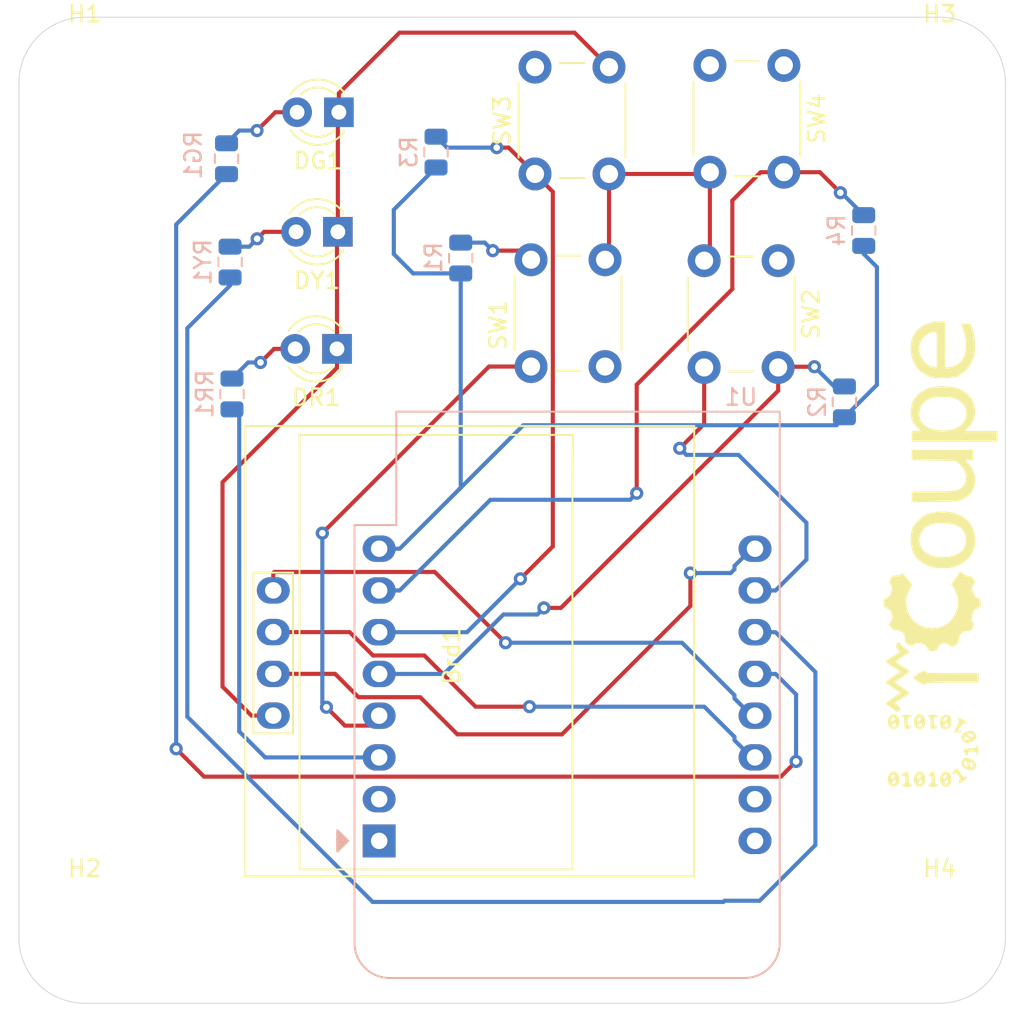
<source format=kicad_pcb>
(kicad_pcb (version 20171130) (host pcbnew "(5.1.5)-3")

  (general
    (thickness 1.6)
    (drawings 8)
    (tracks 173)
    (zones 0)
    (modules 21)
    (nets 23)
  )

  (page A4)
  (layers
    (0 F.Cu signal)
    (31 B.Cu signal)
    (32 B.Adhes user)
    (33 F.Adhes user)
    (34 B.Paste user)
    (35 F.Paste user)
    (36 B.SilkS user)
    (37 F.SilkS user)
    (38 B.Mask user)
    (39 F.Mask user)
    (40 Dwgs.User user)
    (41 Cmts.User user)
    (42 Eco1.User user)
    (43 Eco2.User user)
    (44 Edge.Cuts user)
    (45 Margin user)
    (46 B.CrtYd user)
    (47 F.CrtYd user)
    (48 B.Fab user)
    (49 F.Fab user)
  )

  (setup
    (last_trace_width 0.25)
    (trace_clearance 0.2)
    (zone_clearance 0.508)
    (zone_45_only no)
    (trace_min 0.2)
    (via_size 0.8)
    (via_drill 0.4)
    (via_min_size 0.4)
    (via_min_drill 0.3)
    (uvia_size 0.3)
    (uvia_drill 0.1)
    (uvias_allowed no)
    (uvia_min_size 0.2)
    (uvia_min_drill 0.1)
    (edge_width 0.05)
    (segment_width 0.2)
    (pcb_text_width 0.3)
    (pcb_text_size 1.5 1.5)
    (mod_edge_width 0.12)
    (mod_text_size 1 1)
    (mod_text_width 0.15)
    (pad_size 3.2 3.2)
    (pad_drill 3.2)
    (pad_to_mask_clearance 0.051)
    (solder_mask_min_width 0.25)
    (aux_axis_origin 0 0)
    (visible_elements FFFFFF7F)
    (pcbplotparams
      (layerselection 0x010fc_ffffffff)
      (usegerberextensions false)
      (usegerberattributes false)
      (usegerberadvancedattributes false)
      (creategerberjobfile false)
      (excludeedgelayer true)
      (linewidth 0.100000)
      (plotframeref false)
      (viasonmask false)
      (mode 1)
      (useauxorigin false)
      (hpglpennumber 1)
      (hpglpenspeed 20)
      (hpglpendiameter 15.000000)
      (psnegative false)
      (psa4output false)
      (plotreference true)
      (plotvalue true)
      (plotinvisibletext false)
      (padsonsilk false)
      (subtractmaskfromsilk false)
      (outputformat 1)
      (mirror false)
      (drillshape 1)
      (scaleselection 1)
      (outputdirectory ""))
  )

  (net 0 "")
  (net 1 /Vcc)
  (net 2 /Ground)
  (net 3 /SCL)
  (net 4 /SDA)
  (net 5 "Net-(DG1-Pad2)")
  (net 6 /D3)
  (net 7 "Net-(DR1-Pad2)")
  (net 8 /D0)
  (net 9 "Net-(DY1-Pad2)")
  (net 10 /D4)
  (net 11 /Vc)
  (net 12 /D5)
  (net 13 /D6)
  (net 14 /D7)
  (net 15 /D8)
  (net 16 "Net-(U1-Pad16)")
  (net 17 "Net-(U1-Pad15)")
  (net 18 "Net-(U1-Pad12)")
  (net 19 "Net-(U1-Pad11)")
  (net 20 "Net-(U1-Pad3)")
  (net 21 "Net-(U1-Pad1)")
  (net 22 "Net-(U1-Pad2)")

  (net_class Default "Ceci est la Netclass par défaut."
    (clearance 0.2)
    (trace_width 0.25)
    (via_dia 0.8)
    (via_drill 0.4)
    (uvia_dia 0.3)
    (uvia_drill 0.1)
    (add_net /D0)
    (add_net /D3)
    (add_net /D4)
    (add_net /D5)
    (add_net /D6)
    (add_net /D7)
    (add_net /D8)
    (add_net /Ground)
    (add_net /SCL)
    (add_net /SDA)
    (add_net /Vc)
    (add_net /Vcc)
    (add_net "Net-(DG1-Pad2)")
    (add_net "Net-(DR1-Pad2)")
    (add_net "Net-(DY1-Pad2)")
    (add_net "Net-(U1-Pad1)")
    (add_net "Net-(U1-Pad11)")
    (add_net "Net-(U1-Pad12)")
    (add_net "Net-(U1-Pad15)")
    (add_net "Net-(U1-Pad16)")
    (add_net "Net-(U1-Pad2)")
    (add_net "Net-(U1-Pad3)")
  )

  (module UTCoupe:logo_UTCoupe_Medium locked (layer F.Cu) (tedit 5DA6406C) (tstamp 60A9EE48)
    (at 156.0195 132.7404 90)
    (fp_text reference G*** (at 0 0 90) (layer F.Fab) hide
      (effects (font (size 1.524 1.524) (thickness 0.3)))
    )
    (fp_text value LOGO (at 0.75 0 90) (layer F.Fab) hide
      (effects (font (size 1.524 1.524) (thickness 0.3)))
    )
    (fp_poly (pts (xy -10.01053 -3.149181) (xy -9.797174 -3.066066) (xy -9.685667 -2.926807) (xy -9.68565 -2.749604)
      (xy -9.739707 -2.637852) (xy -9.836706 -2.530422) (xy -9.971264 -2.484093) (xy -10.119873 -2.4765)
      (xy -10.359484 -2.507303) (xy -10.504511 -2.598264) (xy -10.594048 -2.766725) (xy -10.586226 -2.836334)
      (xy -10.4775 -2.836334) (xy -10.43286 -2.711885) (xy -10.293123 -2.66734) (xy -10.274183 -2.667)
      (xy -10.193625 -2.685121) (xy -10.207146 -2.76195) (xy -10.2235 -2.794) (xy -10.311293 -2.89019)
      (xy -10.408762 -2.91884) (xy -10.471761 -2.872593) (xy -10.4775 -2.836334) (xy -10.586226 -2.836334)
      (xy -10.575961 -2.927666) (xy -10.574181 -2.929872) (xy -10.121937 -2.929872) (xy -10.056775 -2.82249)
      (xy -9.957128 -2.727397) (xy -9.874831 -2.728105) (xy -9.846094 -2.812886) (xy -9.863826 -2.884982)
      (xy -9.951325 -2.966662) (xy -10.032471 -2.9845) (xy -10.118207 -2.976541) (xy -10.121937 -2.929872)
      (xy -10.574181 -2.929872) (xy -10.468926 -3.060259) (xy -10.29162 -3.143673) (xy -10.06272 -3.15708)
      (xy -10.01053 -3.149181)) (layer F.SilkS) (width 0.01))
    (fp_poly (pts (xy -13.379875 -3.113482) (xy -13.237857 -3.010675) (xy -13.15734 -2.876214) (xy -13.160233 -2.725683)
      (xy -13.260626 -2.581592) (xy -13.42524 -2.500634) (xy -13.639552 -2.47672) (xy -13.848113 -2.509014)
      (xy -13.991909 -2.592626) (xy -14.086326 -2.771272) (xy -14.080608 -2.821455) (xy -13.940631 -2.821455)
      (xy -13.901809 -2.756597) (xy -13.803469 -2.685486) (xy -13.703146 -2.669712) (xy -13.652812 -2.716335)
      (xy -13.6525 -2.722725) (xy -13.700918 -2.816457) (xy -13.805199 -2.885867) (xy -13.903883 -2.890753)
      (xy -13.906802 -2.889064) (xy -13.940631 -2.821455) (xy -14.080608 -2.821455) (xy -14.068253 -2.929872)
      (xy -13.614437 -2.929872) (xy -13.549275 -2.82249) (xy -13.449628 -2.727397) (xy -13.367331 -2.728105)
      (xy -13.338594 -2.812886) (xy -13.356326 -2.884982) (xy -13.443825 -2.966662) (xy -13.524971 -2.9845)
      (xy -13.610707 -2.976541) (xy -13.614437 -2.929872) (xy -14.068253 -2.929872) (xy -14.066164 -2.9482)
      (xy -13.955871 -3.07615) (xy -13.760789 -3.161803) (xy -13.561488 -3.169052) (xy -13.379875 -3.113482)) (layer F.SilkS) (width 0.01))
    (fp_poly (pts (xy -8.965785 -3.252643) (xy -8.861499 -3.12096) (xy -8.7266 -2.931533) (xy -8.670879 -2.848956)
      (xy -8.369625 -2.395911) (xy -8.074188 -2.847887) (xy -7.934863 -3.053241) (xy -7.818745 -3.210102)
      (xy -7.744635 -3.293606) (xy -7.731632 -3.300932) (xy -7.677428 -3.252107) (xy -7.573676 -3.121001)
      (xy -7.439383 -2.93224) (xy -7.386248 -2.853451) (xy -7.087982 -2.404902) (xy -6.807276 -2.853451)
      (xy -6.672858 -3.059039) (xy -6.559896 -3.215036) (xy -6.487195 -3.296049) (xy -6.475115 -3.302)
      (xy -6.420184 -3.251796) (xy -6.318444 -3.117999) (xy -6.188569 -2.925831) (xy -6.139157 -2.848231)
      (xy -6.000026 -2.629923) (xy -5.909801 -2.505265) (xy -5.851275 -2.459474) (xy -5.807239 -2.477768)
      (xy -5.769553 -2.530731) (xy -5.62807 -2.645741) (xy -5.509226 -2.667) (xy -5.380258 -2.646176)
      (xy -5.336359 -2.560559) (xy -5.334 -2.50825) (xy -5.367121 -2.380572) (xy -5.42925 -2.3495)
      (xy -5.513852 -2.322391) (xy -5.5245 -2.299477) (xy -5.56192 -2.224019) (xy -5.655956 -2.093705)
      (xy -5.701951 -2.036896) (xy -5.879402 -1.824339) (xy -6.15391 -2.24567) (xy -6.288433 -2.443284)
      (xy -6.400127 -2.591211) (xy -6.469206 -2.663689) (xy -6.477511 -2.667001) (xy -6.531215 -2.616316)
      (xy -6.628378 -2.4823) (xy -6.749662 -2.292013) (xy -6.771678 -2.25536) (xy -6.894931 -2.057945)
      (xy -6.997008 -1.911894) (xy -7.058703 -1.844338) (xy -7.063869 -1.84261) (xy -7.118151 -1.8914)
      (xy -7.221852 -2.022369) (xy -7.355852 -2.21078) (xy -7.406561 -2.286) (xy -7.543536 -2.488353)
      (xy -7.652476 -2.642485) (xy -7.715807 -2.723794) (xy -7.724061 -2.7305) (xy -7.766655 -2.681457)
      (xy -7.861188 -2.550727) (xy -7.990087 -2.362912) (xy -8.041561 -2.286) (xy -8.18057 -2.083403)
      (xy -8.294434 -1.929365) (xy -8.364576 -1.848578) (xy -8.375442 -1.842179) (xy -8.424943 -1.892197)
      (xy -8.523353 -2.024802) (xy -8.652356 -2.214835) (xy -8.6995 -2.287386) (xy -8.98525 -2.731913)
      (xy -9.114636 -2.572457) (xy -9.256603 -2.448965) (xy -9.392487 -2.41096) (xy -9.491876 -2.458496)
      (xy -9.525 -2.57175) (xy -9.50867 -2.691208) (xy -9.477375 -2.730614) (xy -9.419602 -2.779935)
      (xy -9.322415 -2.906453) (xy -9.249295 -3.016364) (xy -9.139951 -3.176239) (xy -9.053049 -3.279899)
      (xy -9.020486 -3.302001) (xy -8.965785 -3.252643)) (layer F.SilkS) (width 0.01))
    (fp_poly (pts (xy -9.742777 -2.29239) (xy -9.719786 -2.146369) (xy -9.7155 -2.032) (xy -9.726923 -1.850885)
      (xy -9.756127 -1.735927) (xy -9.779 -1.7145) (xy -9.830593 -1.767685) (xy -9.8425 -1.8415)
      (xy -9.861629 -1.921517) (xy -9.940694 -1.958927) (xy -10.112212 -1.968488) (xy -10.122306 -1.9685)
      (xy -10.294304 -1.961936) (xy -10.368631 -1.932264) (xy -10.374354 -1.864513) (xy -10.3689 -1.8415)
      (xy -10.365903 -1.735747) (xy -10.420589 -1.72635) (xy -10.507747 -1.813446) (xy -10.525726 -1.840639)
      (xy -10.603346 -1.996487) (xy -10.591841 -2.093312) (xy -10.479583 -2.143359) (xy -10.254948 -2.158876)
      (xy -10.2235 -2.159) (xy -10.002271 -2.166316) (xy -9.883494 -2.192247) (xy -9.843252 -2.242774)
      (xy -9.8425 -2.25425) (xy -9.808212 -2.338754) (xy -9.779 -2.3495) (xy -9.742777 -2.29239)) (layer F.SilkS) (width 0.01))
    (fp_poly (pts (xy -13.321992 -2.301198) (xy -13.236192 -2.187792) (xy -13.179743 -2.047875) (xy -13.163215 -1.969185)
      (xy -13.192542 -1.926431) (xy -13.293844 -1.908683) (xy -13.493241 -1.905014) (xy -13.521221 -1.905)
      (xy -13.743856 -1.897828) (xy -13.863991 -1.872374) (xy -13.905523 -1.822729) (xy -13.9065 -1.80975)
      (xy -13.95733 -1.725564) (xy -14.00175 -1.7145) (xy -14.064531 -1.751897) (xy -14.093128 -1.879053)
      (xy -14.097 -2.00025) (xy -14.084535 -2.188592) (xy -14.04215 -2.274382) (xy -14.00175 -2.286)
      (xy -13.917564 -2.235171) (xy -13.9065 -2.19075) (xy -13.865652 -2.125315) (xy -13.729392 -2.097665)
      (xy -13.645707 -2.0955) (xy -13.479448 -2.10553) (xy -13.416043 -2.141976) (xy -13.420683 -2.188717)
      (xy -13.423838 -2.288507) (xy -13.402922 -2.315018) (xy -13.321992 -2.301198)) (layer F.SilkS) (width 0.01))
    (fp_poly (pts (xy -10.011649 -1.57442) (xy -9.829181 -1.502246) (xy -9.779 -1.4605) (xy -9.671097 -1.313536)
      (xy -9.672322 -1.17096) (xy -9.750851 -1.03013) (xy -9.891199 -0.927363) (xy -10.093136 -0.883925)
      (xy -10.305064 -0.901539) (xy -10.475387 -0.981928) (xy -10.499409 -1.005126) (xy -10.583005 -1.150642)
      (xy -10.585909 -1.164815) (xy -10.455508 -1.164815) (xy -10.366796 -1.092932) (xy -10.281019 -1.0795)
      (xy -10.195004 -1.096758) (xy -10.205686 -1.171384) (xy -10.2235 -1.2065) (xy -10.317973 -1.318467)
      (xy -10.409639 -1.312286) (xy -10.44575 -1.27) (xy -10.455508 -1.164815) (xy -10.585909 -1.164815)
      (xy -10.6045 -1.255525) (xy -10.573154 -1.342372) (xy -10.121937 -1.342372) (xy -10.056775 -1.23499)
      (xy -9.957128 -1.139897) (xy -9.874831 -1.140605) (xy -9.846094 -1.225386) (xy -9.863826 -1.297482)
      (xy -9.951325 -1.379162) (xy -10.032471 -1.397) (xy -10.118207 -1.389041) (xy -10.121937 -1.342372)
      (xy -10.573154 -1.342372) (xy -10.549326 -1.408389) (xy -10.407964 -1.518492) (xy -10.216657 -1.576836)
      (xy -10.011649 -1.57442)) (layer F.SilkS) (width 0.01))
    (fp_poly (pts (xy -13.379875 -1.525982) (xy -13.237857 -1.423175) (xy -13.15734 -1.288714) (xy -13.160233 -1.138183)
      (xy -13.260626 -0.994092) (xy -13.42524 -0.913134) (xy -13.639552 -0.88922) (xy -13.848113 -0.921514)
      (xy -13.991909 -1.005126) (xy -14.086326 -1.183772) (xy -14.081506 -1.226071) (xy -13.94209 -1.226071)
      (xy -13.898833 -1.13539) (xy -13.798699 -1.081582) (xy -13.772707 -1.0795) (xy -13.673217 -1.104046)
      (xy -13.6525 -1.135225) (xy -13.699733 -1.226902) (xy -13.801178 -1.298145) (xy -13.896459 -1.307652)
      (xy -13.900946 -1.305184) (xy -13.94209 -1.226071) (xy -14.081506 -1.226071) (xy -14.068253 -1.342372)
      (xy -13.614437 -1.342372) (xy -13.549275 -1.23499) (xy -13.449628 -1.139897) (xy -13.367331 -1.140605)
      (xy -13.338594 -1.225386) (xy -13.356326 -1.297482) (xy -13.443825 -1.379162) (xy -13.524971 -1.397)
      (xy -13.610707 -1.389041) (xy -13.614437 -1.342372) (xy -14.068253 -1.342372) (xy -14.066164 -1.3607)
      (xy -13.955871 -1.48865) (xy -13.760789 -1.574303) (xy -13.561488 -1.581552) (xy -13.379875 -1.525982)) (layer F.SilkS) (width 0.01))
    (fp_poly (pts (xy -9.742777 -0.70489) (xy -9.719786 -0.558869) (xy -9.7155 -0.4445) (xy -9.726923 -0.263385)
      (xy -9.756127 -0.148427) (xy -9.779 -0.127) (xy -9.830593 -0.180185) (xy -9.8425 -0.254)
      (xy -9.861629 -0.334017) (xy -9.940694 -0.371427) (xy -10.112212 -0.380988) (xy -10.122306 -0.381)
      (xy -10.294304 -0.374436) (xy -10.368631 -0.344764) (xy -10.374354 -0.277013) (xy -10.3689 -0.254)
      (xy -10.365903 -0.148247) (xy -10.420589 -0.13885) (xy -10.507747 -0.225946) (xy -10.525726 -0.253139)
      (xy -10.603346 -0.408987) (xy -10.591841 -0.505812) (xy -10.479583 -0.555859) (xy -10.254948 -0.571376)
      (xy -10.2235 -0.5715) (xy -10.002271 -0.578816) (xy -9.883494 -0.604747) (xy -9.843252 -0.655274)
      (xy -9.8425 -0.66675) (xy -9.808212 -0.751254) (xy -9.779 -0.762) (xy -9.742777 -0.70489)) (layer F.SilkS) (width 0.01))
    (fp_poly (pts (xy -13.283055 -0.646323) (xy -13.200767 -0.525216) (xy -13.149207 -0.388323) (xy -13.1445 -0.345117)
      (xy -13.202209 -0.330549) (xy -13.352201 -0.320542) (xy -13.5255 -0.3175) (xy -13.74673 -0.310185)
      (xy -13.865507 -0.284254) (xy -13.905749 -0.233727) (xy -13.9065 -0.22225) (xy -13.95733 -0.138064)
      (xy -14.00175 -0.127) (xy -14.064531 -0.164397) (xy -14.093128 -0.291553) (xy -14.097 -0.41275)
      (xy -14.084535 -0.601092) (xy -14.04215 -0.686882) (xy -14.00175 -0.6985) (xy -13.917564 -0.647671)
      (xy -13.9065 -0.60325) (xy -13.865652 -0.537815) (xy -13.729392 -0.510165) (xy -13.645707 -0.508)
      (xy -13.480006 -0.517685) (xy -13.416486 -0.553481) (xy -13.421464 -0.60325) (xy -13.411491 -0.685093)
      (xy -13.363186 -0.6985) (xy -13.283055 -0.646323)) (layer F.SilkS) (width 0.01))
    (fp_poly (pts (xy -9.960719 0.040606) (xy -9.78755 0.147791) (xy -9.697275 0.2996) (xy -9.708225 0.474081)
      (xy -9.744201 0.544008) (xy -9.840802 0.647572) (xy -9.980017 0.691886) (xy -10.119873 0.6985)
      (xy -10.367481 0.664968) (xy -10.499409 0.582374) (xy -10.591093 0.406049) (xy -10.585026 0.338666)
      (xy -10.4775 0.338666) (xy -10.43286 0.463115) (xy -10.293123 0.50766) (xy -10.274183 0.508)
      (xy -10.193625 0.489879) (xy -10.207146 0.41305) (xy -10.2235 0.381) (xy -10.311293 0.28481)
      (xy -10.408762 0.25616) (xy -10.471761 0.302407) (xy -10.4775 0.338666) (xy -10.585026 0.338666)
      (xy -10.575699 0.23509) (xy -10.115431 0.23509) (xy -10.062988 0.342968) (xy -10.059268 0.348704)
      (xy -9.957843 0.454717) (xy -9.876969 0.457864) (xy -9.842546 0.357716) (xy -9.8425 0.352296)
      (xy -9.897395 0.260228) (xy -10.027664 0.199288) (xy -10.103158 0.1905) (xy -10.115431 0.23509)
      (xy -10.575699 0.23509) (xy -10.575316 0.230839) (xy -10.468066 0.087681) (xy -10.28533 0.007513)
      (xy -10.198451 0) (xy -9.960719 0.040606)) (layer F.SilkS) (width 0.01))
    (fp_poly (pts (xy -13.401956 0.042497) (xy -13.243248 0.15219) (xy -13.16083 0.302383) (xy -13.170903 0.466378)
      (xy -13.260626 0.593408) (xy -13.417526 0.669503) (xy -13.62911 0.696895) (xy -13.83923 0.675178)
      (xy -13.991742 0.603948) (xy -13.997215 0.598714) (xy -14.086695 0.43845) (xy -14.081282 0.381)
      (xy -13.9065 0.381) (xy -13.861599 0.487128) (xy -13.7795 0.508) (xy -13.676239 0.486683)
      (xy -13.6525 0.4572) (xy -13.698243 0.365527) (xy -13.793267 0.278394) (xy -13.855701 0.254)
      (xy -13.897005 0.30729) (xy -13.9065 0.381) (xy -14.081282 0.381) (xy -14.070959 0.271443)
      (xy -14.048821 0.240203) (xy -13.616473 0.240203) (xy -13.54434 0.344257) (xy -13.440522 0.435492)
      (xy -13.361398 0.432872) (xy -13.340688 0.346125) (xy -13.356326 0.290018) (xy -13.443742 0.208658)
      (xy -13.526472 0.1905) (xy -13.613808 0.19737) (xy -13.616473 0.240203) (xy -14.048821 0.240203)
      (xy -13.967151 0.124961) (xy -13.792416 0.026269) (xy -13.62075 0) (xy -13.401956 0.042497)) (layer F.SilkS) (width 0.01))
    (fp_poly (pts (xy -10.687373 0.882379) (xy -10.545451 0.94747) (xy -10.401465 1.029747) (xy -10.208908 1.138289)
      (xy -10.093994 1.174747) (xy -10.03484 1.145931) (xy -10.033753 1.144216) (xy -9.953194 1.094864)
      (xy -9.91629 1.10489) (xy -9.898034 1.187304) (xy -9.970005 1.35163) (xy -9.979082 1.367229)
      (xy -10.096951 1.544966) (xy -10.184 1.632129) (xy -10.228638 1.617672) (xy -10.230813 1.607122)
      (xy -10.232978 1.502067) (xy -10.230622 1.4605) (xy -10.275099 1.369231) (xy -10.395364 1.256771)
      (xy -10.445559 1.221791) (xy -10.585851 1.134484) (xy -10.649704 1.114664) (xy -10.667217 1.160691)
      (xy -10.668 1.209663) (xy -10.692353 1.297833) (xy -10.7315 1.30175) (xy -10.775797 1.215613)
      (xy -10.794416 1.069939) (xy -10.783455 0.93031) (xy -10.757062 0.872228) (xy -10.687373 0.882379)) (layer F.SilkS) (width 0.01))
    (fp_poly (pts (xy -13.189918 0.798652) (xy -13.069446 0.882123) (xy -12.975895 0.972686) (xy -12.954 1.016923)
      (xy -13.004344 1.078663) (xy -13.133424 1.175062) (xy -13.241744 1.242775) (xy -13.415714 1.357828)
      (xy -13.491432 1.449022) (xy -13.491465 1.531202) (xy -13.481273 1.635236) (xy -13.531341 1.653478)
      (xy -13.619342 1.596613) (xy -13.722947 1.475327) (xy -13.771871 1.397) (xy -13.852687 1.23435)
      (xy -13.860908 1.15633) (xy -13.828014 1.143) (xy -13.704893 1.184145) (xy -13.680704 1.203696)
      (xy -13.584262 1.214045) (xy -13.418198 1.136486) (xy -13.404031 1.127645) (xy -13.28701 1.038494)
      (xy -13.249947 0.977208) (xy -13.261527 0.966407) (xy -13.320164 0.904199) (xy -13.333163 0.814206)
      (xy -13.292731 0.762517) (xy -13.28563 0.762) (xy -13.189918 0.798652)) (layer F.SilkS) (width 0.01))
    (fp_poly (pts (xy 12.971275 -1.749127) (xy 13.301773 -1.655367) (xy 13.584053 -1.484464) (xy 13.705689 -1.377907)
      (xy 13.942952 -1.099828) (xy 14.098416 -0.785767) (xy 14.185852 -0.402882) (xy 14.208059 -0.179826)
      (xy 14.242147 0.3175) (xy 11.43 0.3175) (xy 11.431394 0.492125) (xy 11.470773 0.706902)
      (xy 11.568156 0.955151) (xy 11.696679 1.177338) (xy 11.78848 1.283453) (xy 12.075298 1.459096)
      (xy 12.441179 1.560588) (xy 12.860663 1.585915) (xy 13.308291 1.533064) (xy 13.67165 1.4324)
      (xy 14.10355 1.279979) (xy 14.0844 1.576614) (xy 14.06525 1.87325) (xy 13.717732 1.988464)
      (xy 13.358438 2.076384) (xy 12.955304 2.125243) (xy 12.553992 2.133106) (xy 12.20016 2.09804)
      (xy 12.0415 2.059485) (xy 11.583897 1.853714) (xy 11.217402 1.55978) (xy 10.942872 1.178458)
      (xy 10.851863 0.98425) (xy 10.817288 0.836506) (xy 10.790073 0.602263) (xy 10.774288 0.321977)
      (xy 10.771993 0.1905) (xy 10.776788 -0.129785) (xy 10.782437 -0.1905) (xy 11.415187 -0.1905)
      (xy 12.502093 -0.1905) (xy 12.896607 -0.190967) (xy 13.181841 -0.193874) (xy 13.375514 -0.201483)
      (xy 13.495346 -0.216055) (xy 13.559057 -0.239851) (xy 13.584366 -0.275133) (xy 13.588992 -0.324161)
      (xy 13.589 -0.329202) (xy 13.561829 -0.469707) (xy 13.493428 -0.660181) (xy 13.458183 -0.738135)
      (xy 13.268211 -0.998904) (xy 13.009065 -1.172562) (xy 12.705988 -1.256936) (xy 12.38422 -1.249854)
      (xy 12.069004 -1.149143) (xy 11.785583 -0.952631) (xy 11.722002 -0.887559) (xy 11.593227 -0.731357)
      (xy 11.509957 -0.604148) (xy 11.492632 -0.555443) (xy 11.476251 -0.433108) (xy 11.453476 -0.333375)
      (xy 11.415187 -0.1905) (xy 10.782437 -0.1905) (xy 10.79866 -0.364825) (xy 10.843909 -0.555915)
      (xy 10.912432 -0.73025) (xy 11.160416 -1.145316) (xy 11.482647 -1.457647) (xy 11.876292 -1.66544)
      (xy 12.338517 -1.766895) (xy 12.559164 -1.77738) (xy 12.971275 -1.749127)) (layer F.SilkS) (width 0.01))
    (fp_poly (pts (xy 3.873854 -0.492125) (xy 3.877368 -0.093595) (xy 3.886926 0.27655) (xy 3.901402 0.593575)
      (xy 3.91967 0.832745) (xy 3.94031 0.96827) (xy 4.065351 1.266236) (xy 4.252227 1.458715)
      (xy 4.514025 1.557493) (xy 4.609299 1.570632) (xy 4.98114 1.554161) (xy 5.294263 1.425798)
      (xy 5.554052 1.183288) (xy 5.563754 1.170732) (xy 5.74675 0.930989) (xy 5.767222 -0.391756)
      (xy 5.787695 -1.7145) (xy 6.4135 -1.7145) (xy 6.4135 2.032) (xy 5.7785 2.032)
      (xy 5.7785 1.543664) (xy 5.53602 1.774329) (xy 5.200547 2.010332) (xy 4.819526 2.133911)
      (xy 4.414036 2.140762) (xy 4.105604 2.066375) (xy 3.786989 1.897352) (xy 3.541087 1.636613)
      (xy 3.40598 1.397) (xy 3.361977 1.291821) (xy 3.328199 1.17755) (xy 3.3029 1.03519)
      (xy 3.284331 0.845744) (xy 3.270746 0.590214) (xy 3.260397 0.249603) (xy 3.251537 -0.195086)
      (xy 3.249733 -0.301625) (xy 3.226253 -1.7145) (xy 3.8735 -1.7145) (xy 3.873854 -0.492125)) (layer F.SilkS) (width 0.01))
    (fp_poly (pts (xy 1.270932 -1.760011) (xy 1.566946 -1.698991) (xy 1.814554 -1.579848) (xy 2.051271 -1.388465)
      (xy 2.130811 -1.309697) (xy 2.335832 -1.075947) (xy 2.467977 -0.855365) (xy 2.559436 -0.597271)
      (xy 2.651489 -0.094503) (xy 2.653011 0.406858) (xy 2.568768 0.881569) (xy 2.403525 1.304387)
      (xy 2.162046 1.650069) (xy 2.128687 1.684654) (xy 1.787093 1.939618) (xy 1.381367 2.09814)
      (xy 0.936922 2.153838) (xy 0.47917 2.100331) (xy 0.47625 2.099623) (xy 0.080263 1.941578)
      (xy -0.251327 1.684145) (xy -0.511011 1.341485) (xy -0.69128 0.927754) (xy -0.784626 0.457113)
      (xy -0.78388 0.104307) (xy -0.118514 0.104307) (xy -0.094032 0.514554) (xy -0.002608 0.885717)
      (xy 0.148934 1.194436) (xy 0.353767 1.417347) (xy 0.457622 1.481539) (xy 0.756134 1.572218)
      (xy 1.074954 1.577388) (xy 1.364896 1.498858) (xy 1.46146 1.444625) (xy 1.685261 1.23845)
      (xy 1.838525 0.963727) (xy 1.928626 0.602977) (xy 1.959213 0.264884) (xy 1.950788 -0.178655)
      (xy 1.878278 -0.530241) (xy 1.734861 -0.811277) (xy 1.552985 -1.009909) (xy 1.2629 -1.193394)
      (xy 0.960182 -1.261597) (xy 0.663325 -1.222363) (xy 0.390818 -1.083538) (xy 0.161154 -0.852966)
      (xy -0.007176 -0.538492) (xy -0.069228 -0.321662) (xy -0.118514 0.104307) (xy -0.78388 0.104307)
      (xy -0.78354 -0.05628) (xy -0.761047 -0.233506) (xy -0.633638 -0.738671) (xy -0.427265 -1.145907)
      (xy -0.143633 -1.45362) (xy 0.215554 -1.660216) (xy 0.648593 -1.764099) (xy 0.889 -1.777026)
      (xy 1.270932 -1.760011)) (layer F.SilkS) (width 0.01))
    (fp_poly (pts (xy -11.002349 1.296402) (xy -10.872366 1.391336) (xy -10.755358 1.562635) (xy -10.680558 1.76071)
      (xy -10.668 1.863571) (xy -10.723125 2.040998) (xy -10.862186 2.163113) (xy -11.045715 2.20461)
      (xy -11.161462 2.179999) (xy -11.261183 2.087658) (xy -11.327107 1.970118) (xy -11.077894 1.970118)
      (xy -11.071635 2.022109) (xy -10.993018 2.031992) (xy -10.987131 2.032) (xy -10.893163 2.002766)
      (xy -10.859944 1.893121) (xy -10.8585 1.8415) (xy -10.867242 1.707634) (xy -10.888297 1.65101)
      (xy -10.88862 1.651) (xy -10.934906 1.701208) (xy -11.007997 1.823855) (xy -11.01725 1.8415)
      (xy -11.077894 1.970118) (xy -11.327107 1.970118) (xy -11.354748 1.920836) (xy -11.417454 1.730691)
      (xy -11.426813 1.651) (xy -11.2395 1.651) (xy -11.230759 1.784865) (xy -11.209704 1.841489)
      (xy -11.209381 1.8415) (xy -11.163095 1.791291) (xy -11.090004 1.668644) (xy -11.08075 1.651)
      (xy -11.020107 1.522381) (xy -11.026366 1.47039) (xy -11.104983 1.460507) (xy -11.11087 1.4605)
      (xy -11.204838 1.489733) (xy -11.238057 1.599378) (xy -11.2395 1.651) (xy -11.426813 1.651)
      (xy -11.43 1.623867) (xy -11.37614 1.467219) (xy -11.245155 1.343319) (xy -11.082939 1.287309)
      (xy -11.002349 1.296402)) (layer F.SilkS) (width 0.01))
    (fp_poly (pts (xy -12.530055 1.330365) (xy -12.467346 1.366227) (xy -12.35955 1.457992) (xy -12.327773 1.570864)
      (xy -12.341311 1.704868) (xy -12.424271 1.930953) (xy -12.542648 2.079625) (xy -12.670394 2.181938)
      (xy -12.763822 2.21092) (xy -12.882325 2.178959) (xy -12.929334 2.160273) (xy -13.064089 2.048515)
      (xy -13.083671 1.931585) (xy -12.924531 1.931585) (xy -12.895093 2.00178) (xy -12.804203 2.032)
      (xy -12.693082 1.990812) (xy -12.6492 1.9558) (xy -12.578886 1.854917) (xy -12.601484 1.804521)
      (xy -12.66825 1.811742) (xy -12.818266 1.858788) (xy -12.862775 1.872801) (xy -12.924531 1.931585)
      (xy -13.083671 1.931585) (xy -13.094797 1.86515) (xy -13.044916 1.693359) (xy -12.874184 1.693359)
      (xy -12.838682 1.706454) (xy -12.797444 1.692378) (xy -12.653724 1.655753) (xy -12.599557 1.651)
      (xy -12.519904 1.600057) (xy -12.5095 1.55575) (xy -12.553209 1.476482) (xy -12.654166 1.466395)
      (xy -12.76712 1.519685) (xy -12.832154 1.597128) (xy -12.874184 1.693359) (xy -13.044916 1.693359)
      (xy -13.021216 1.611738) (xy -13.015847 1.599602) (xy -12.87931 1.385843) (xy -12.717068 1.295965)
      (xy -12.530055 1.330365)) (layer F.SilkS) (width 0.01))
    (fp_poly (pts (xy -7.387401 -1.602866) (xy -7.302404 -1.477061) (xy -7.21581 -1.330859) (xy -7.086946 -1.11279)
      (xy -7.016245 -0.98171) (xy -6.996914 -0.91548) (xy -7.02216 -0.891957) (xy -7.08025 -0.889)
      (xy -7.109742 -0.874684) (xy -7.132576 -0.822522) (xy -7.149566 -0.718692) (xy -7.161525 -0.549373)
      (xy -7.169266 -0.300746) (xy -7.173602 0.041012) (xy -7.175345 0.48972) (xy -7.1755 0.73025)
      (xy -7.1755 2.3495) (xy -7.747 2.3495) (xy -7.747 0.73025) (xy -7.747782 0.230267)
      (xy -7.75069 -0.156692) (xy -7.756569 -0.444596) (xy -7.766264 -0.647417) (xy -7.78062 -0.779123)
      (xy -7.800482 -0.853686) (xy -7.826694 -0.885073) (xy -7.844927 -0.889) (xy -7.889651 -0.910971)
      (xy -7.873966 -0.991064) (xy -7.792573 -1.150556) (xy -7.769796 -1.190625) (xy -7.62565 -1.441683)
      (xy -7.52793 -1.590516) (xy -7.455545 -1.642464) (xy -7.387401 -1.602866)) (layer F.SilkS) (width 0.01))
    (fp_poly (pts (xy -11.811635 1.474855) (xy -11.762341 1.58795) (xy -11.747606 1.811628) (xy -11.7475 1.8415)
      (xy -11.740185 2.062729) (xy -11.714254 2.181506) (xy -11.663727 2.221748) (xy -11.65225 2.2225)
      (xy -11.567747 2.256788) (xy -11.557 2.286) (xy -11.614111 2.322223) (xy -11.760132 2.345214)
      (xy -11.8745 2.3495) (xy -12.055616 2.338077) (xy -12.170574 2.308873) (xy -12.192 2.286)
      (xy -12.138816 2.234407) (xy -12.065 2.2225) (xy -11.984984 2.203371) (xy -11.947574 2.124306)
      (xy -11.938013 1.952788) (xy -11.938 1.942694) (xy -11.944565 1.770696) (xy -11.974237 1.696369)
      (xy -12.041988 1.690646) (xy -12.065 1.6961) (xy -12.168513 1.694237) (xy -12.18388 1.634539)
      (xy -12.110257 1.551412) (xy -12.069175 1.526234) (xy -11.909306 1.458797) (xy -11.811635 1.474855)) (layer F.SilkS) (width 0.01))
    (fp_poly (pts (xy -2.742954 -3.416804) (xy -2.652062 -3.361589) (xy -2.594734 -3.240648) (xy -2.522684 -3.109613)
      (xy -2.393557 -3.021632) (xy -2.232912 -2.965038) (xy -2.04788 -2.916775) (xy -1.934935 -2.914059)
      (xy -1.846284 -2.960516) (xy -1.802416 -2.997686) (xy -1.709222 -3.07034) (xy -1.625733 -3.083109)
      (xy -1.500098 -3.037029) (xy -1.432192 -3.005103) (xy -1.28252 -2.922383) (xy -1.224518 -2.84174)
      (xy -1.230592 -2.721606) (xy -1.233633 -2.705965) (xy -1.226173 -2.502789) (xy -1.165038 -2.402268)
      (xy -1.094265 -2.307805) (xy -1.085181 -2.266671) (xy -1.143915 -2.220006) (xy -1.273088 -2.115307)
      (xy -1.444942 -1.975075) (xy -1.447954 -1.972611) (xy -1.784657 -1.697101) (xy -2.136533 -1.875134)
      (xy -2.551932 -2.022198) (xy -2.965099 -2.054531) (xy -3.359013 -1.98245) (xy -3.716651 -1.81627)
      (xy -4.020991 -1.566305) (xy -4.25501 -1.242871) (xy -4.401687 -0.856283) (xy -4.445 -0.476251)
      (xy -4.387504 -0.029057) (xy -4.219905 0.36034) (xy -3.949539 0.68249) (xy -3.58374 0.927944)
      (xy -3.25693 1.054354) (xy -2.844635 1.110216) (xy -2.42986 1.047066) (xy -2.039988 0.869331)
      (xy -2.015798 0.853678) (xy -1.777345 0.696264) (xy -1.365466 0.972573) (xy -0.953586 1.248881)
      (xy -1.116612 1.402036) (xy -1.232415 1.548808) (xy -1.249958 1.700303) (xy -1.245611 1.725323)
      (xy -1.241018 1.8463) (xy -1.304151 1.938501) (xy -1.441514 2.031116) (xy -1.589627 2.113328)
      (xy -1.676238 2.131763) (xy -1.748434 2.088499) (xy -1.791647 2.046575) (xy -1.879259 1.976466)
      (xy -1.978794 1.957336) (xy -2.13717 1.984114) (xy -2.208059 2.001582) (xy -2.406593 2.067967)
      (xy -2.521853 2.158919) (xy -2.585816 2.276646) (xy -2.656361 2.408816) (xy -2.7547 2.465187)
      (xy -2.916258 2.4765) (xy -3.083097 2.464796) (xy -3.172101 2.408199) (xy -3.231803 2.27448)
      (xy -3.23501 2.264824) (xy -3.292563 2.134479) (xy -3.382271 2.05544) (xy -3.543608 1.999083)
      (xy -3.630584 1.977965) (xy -3.83307 1.93839) (xy -3.956775 1.939391) (xy -4.044021 1.983291)
      (xy -4.065784 2.001864) (xy -4.148772 2.060077) (xy -4.238951 2.06023) (xy -4.385493 2.000638)
      (xy -4.407614 1.990149) (xy -4.555496 1.908173) (xy -4.611307 1.828035) (xy -4.602273 1.708014)
      (xy -4.599659 1.695872) (xy -4.614965 1.498989) (xy -4.728559 1.321919) (xy -4.912058 1.193612)
      (xy -5.137079 1.14302) (xy -5.14169 1.143) (xy -5.31687 1.120334) (xy -5.43208 1.02856)
      (xy -5.486359 0.94622) (xy -5.559132 0.809122) (xy -5.562553 0.715993) (xy -5.494032 0.602769)
      (xy -5.471231 0.571757) (xy -5.371262 0.360064) (xy -5.3683 0.154251) (xy -5.455661 -0.013282)
      (xy -5.611026 -0.106027) (xy -5.74256 -0.159549) (xy -5.804732 -0.249659) (xy -5.829132 -0.417468)
      (xy -5.83098 -0.587233) (xy -5.783048 -0.684932) (xy -5.654866 -0.76402) (xy -5.622757 -0.779529)
      (xy -5.455453 -0.889757) (xy -5.39707 -1.016562) (xy -5.396528 -1.030848) (xy -5.371385 -1.187243)
      (xy -5.338768 -1.264461) (xy -5.332478 -1.388111) (xy -5.414058 -1.532816) (xy -5.496066 -1.654917)
      (xy -5.511054 -1.746756) (xy -5.461249 -1.86839) (xy -5.428766 -1.929404) (xy -5.336552 -2.072096)
      (xy -5.240746 -2.124715) (xy -5.116323 -2.119667) (xy -4.909948 -2.145382) (xy -4.724789 -2.259635)
      (xy -4.594644 -2.43051) (xy -4.553307 -2.626097) (xy -4.555808 -2.648961) (xy -4.55453 -2.796009)
      (xy -4.4792 -2.907926) (xy -4.389121 -2.979075) (xy -4.194339 -3.117771) (xy -4.018045 -2.990261)
      (xy -3.889401 -2.912821) (xy -3.767428 -2.895575) (xy -3.592002 -2.931279) (xy -3.572528 -2.93657)
      (xy -3.387673 -3.005046) (xy -3.284727 -3.103471) (xy -3.234228 -3.219695) (xy -3.175606 -3.356048)
      (xy -3.090081 -3.415409) (xy -2.929762 -3.428961) (xy -2.912773 -3.429) (xy -2.742954 -3.416804)) (layer F.SilkS) (width 0.01))
    (fp_poly (pts (xy 9.176389 -1.721849) (xy 9.539379 -1.558076) (xy 9.850351 -1.280706) (xy 9.852355 -1.278368)
      (xy 10.066514 -0.961444) (xy 10.205327 -0.589487) (xy 10.275313 -0.140475) (xy 10.287 0.189808)
      (xy 10.24356 0.750416) (xy 10.113168 1.218602) (xy 9.895713 1.594614) (xy 9.591083 1.878699)
      (xy 9.505405 1.932983) (xy 9.117153 2.09619) (xy 8.719006 2.146925) (xy 8.333733 2.087409)
      (xy 7.984106 1.919865) (xy 7.799038 1.766538) (xy 7.5565 1.524) (xy 7.5565 3.4925)
      (xy 6.9215 3.4925) (xy 6.9215 0.194518) (xy 7.588422 0.194518) (xy 7.622039 0.583257)
      (xy 7.720024 0.940322) (xy 7.8836 1.236805) (xy 7.969987 1.334215) (xy 8.254961 1.535038)
      (xy 8.56418 1.611771) (xy 8.892061 1.563774) (xy 9.11225 1.465551) (xy 9.258028 1.345094)
      (xy 9.406411 1.163995) (xy 9.4615 1.076253) (xy 9.536411 0.928186) (xy 9.583476 0.783537)
      (xy 9.608926 0.606281) (xy 9.618996 0.36039) (xy 9.62025 0.15875) (xy 9.617077 -0.142814)
      (xy 9.603095 -0.353499) (xy 9.571605 -0.509358) (xy 9.515911 -0.646444) (xy 9.44779 -0.769613)
      (xy 9.224307 -1.04893) (xy 8.949971 -1.212) (xy 8.623414 -1.259538) (xy 8.524506 -1.252478)
      (xy 8.306274 -1.204489) (xy 8.113244 -1.124499) (xy 8.07312 -1.099058) (xy 7.861521 -0.872685)
      (xy 7.709388 -0.56236) (xy 7.617947 -0.19699) (xy 7.588422 0.194518) (xy 6.9215 0.194518)
      (xy 6.9215 -1.7145) (xy 7.5565 -1.7145) (xy 7.5565 -1.180726) (xy 7.794625 -1.412083)
      (xy 8.031124 -1.608935) (xy 8.26891 -1.722669) (xy 8.55502 -1.771209) (xy 8.751258 -1.776606)
      (xy 9.176389 -1.721849)) (layer F.SilkS) (width 0.01))
  )

  (module MountingHole:MountingHole_3.2mm_M3 (layer F.Cu) (tedit 56D1B4CB) (tstamp 60A9E7A9)
    (at 156 156)
    (descr "Mounting Hole 3.2mm, no annular, M3")
    (tags "mounting hole 3.2mm no annular m3")
    (path /60ABB506)
    (attr virtual)
    (fp_text reference H4 (at 0 -4.2) (layer F.SilkS)
      (effects (font (size 1 1) (thickness 0.15)))
    )
    (fp_text value MountingHole (at 0 4.2) (layer F.Fab)
      (effects (font (size 1 1) (thickness 0.15)))
    )
    (fp_circle (center 0 0) (end 3.45 0) (layer F.CrtYd) (width 0.05))
    (fp_circle (center 0 0) (end 3.2 0) (layer Cmts.User) (width 0.15))
    (fp_text user %R (at 0.3 0) (layer F.Fab)
      (effects (font (size 1 1) (thickness 0.15)))
    )
    (pad 1 np_thru_hole circle (at 0 0) (size 3.2 3.2) (drill 3.2) (layers *.Cu *.Mask))
  )

  (module MountingHole:MountingHole_3.2mm_M3 (layer F.Cu) (tedit 56D1B4CB) (tstamp 60A9E7A1)
    (at 156 104)
    (descr "Mounting Hole 3.2mm, no annular, M3")
    (tags "mounting hole 3.2mm no annular m3")
    (path /60ABABFF)
    (attr virtual)
    (fp_text reference H3 (at 0 -4.2) (layer F.SilkS)
      (effects (font (size 1 1) (thickness 0.15)))
    )
    (fp_text value MountingHole (at 0 4.2) (layer F.Fab)
      (effects (font (size 1 1) (thickness 0.15)))
    )
    (fp_circle (center 0 0) (end 3.45 0) (layer F.CrtYd) (width 0.05))
    (fp_circle (center 0 0) (end 3.2 0) (layer Cmts.User) (width 0.15))
    (fp_text user %R (at 0.3 0) (layer F.Fab)
      (effects (font (size 1 1) (thickness 0.15)))
    )
    (pad 1 np_thru_hole circle (at 0 0) (size 3.2 3.2) (drill 3.2) (layers *.Cu *.Mask))
  )

  (module MountingHole:MountingHole_3.2mm_M3 (layer F.Cu) (tedit 56D1B4CB) (tstamp 60A9E799)
    (at 104 156)
    (descr "Mounting Hole 3.2mm, no annular, M3")
    (tags "mounting hole 3.2mm no annular m3")
    (path /60ABB69A)
    (attr virtual)
    (fp_text reference H2 (at 0 -4.2) (layer F.SilkS)
      (effects (font (size 1 1) (thickness 0.15)))
    )
    (fp_text value MountingHole (at 0 4.2) (layer F.Fab)
      (effects (font (size 1 1) (thickness 0.15)))
    )
    (fp_circle (center 0 0) (end 3.45 0) (layer F.CrtYd) (width 0.05))
    (fp_circle (center 0 0) (end 3.2 0) (layer Cmts.User) (width 0.15))
    (fp_text user %R (at 0.3 0) (layer F.Fab)
      (effects (font (size 1 1) (thickness 0.15)))
    )
    (pad 1 np_thru_hole circle (at 0 0) (size 3.2 3.2) (drill 3.2) (layers *.Cu *.Mask))
  )

  (module MountingHole:MountingHole_3.2mm_M3 (layer F.Cu) (tedit 56D1B4CB) (tstamp 60A9E791)
    (at 104 104)
    (descr "Mounting Hole 3.2mm, no annular, M3")
    (tags "mounting hole 3.2mm no annular m3")
    (path /60ABB2DB)
    (attr virtual)
    (fp_text reference H1 (at 0 -4.2) (layer F.SilkS)
      (effects (font (size 1 1) (thickness 0.15)))
    )
    (fp_text value MountingHole (at 0 4.2) (layer F.Fab)
      (effects (font (size 1 1) (thickness 0.15)))
    )
    (fp_circle (center 0 0) (end 3.45 0) (layer F.CrtYd) (width 0.05))
    (fp_circle (center 0 0) (end 3.2 0) (layer Cmts.User) (width 0.15))
    (fp_text user %R (at 0.3 0) (layer F.Fab)
      (effects (font (size 1 1) (thickness 0.15)))
    )
    (pad 1 np_thru_hole circle (at 0 0) (size 3.2 3.2) (drill 3.2) (layers *.Cu *.Mask))
  )

  (module Resistor_SMD:R_0805_2012Metric (layer B.Cu) (tedit 5B36C52B) (tstamp 60A9804E)
    (at 112.96142 122.92584 270)
    (descr "Resistor SMD 0805 (2012 Metric), square (rectangular) end terminal, IPC_7351 nominal, (Body size source: https://docs.google.com/spreadsheets/d/1BsfQQcO9C6DZCsRaXUlFlo91Tg2WpOkGARC1WS5S8t0/edit?usp=sharing), generated with kicad-footprint-generator")
    (tags resistor)
    (path /60A20C2C)
    (attr smd)
    (fp_text reference RR1 (at 0 1.65 90) (layer B.SilkS)
      (effects (font (size 1 1) (thickness 0.15)) (justify mirror))
    )
    (fp_text value 330 (at 0 -1.65 90) (layer B.Fab)
      (effects (font (size 1 1) (thickness 0.15)) (justify mirror))
    )
    (fp_text user %R (at 0 0 90) (layer B.Fab)
      (effects (font (size 0.5 0.5) (thickness 0.08)) (justify mirror))
    )
    (fp_line (start 1.68 -0.95) (end -1.68 -0.95) (layer B.CrtYd) (width 0.05))
    (fp_line (start 1.68 0.95) (end 1.68 -0.95) (layer B.CrtYd) (width 0.05))
    (fp_line (start -1.68 0.95) (end 1.68 0.95) (layer B.CrtYd) (width 0.05))
    (fp_line (start -1.68 -0.95) (end -1.68 0.95) (layer B.CrtYd) (width 0.05))
    (fp_line (start -0.258578 -0.71) (end 0.258578 -0.71) (layer B.SilkS) (width 0.12))
    (fp_line (start -0.258578 0.71) (end 0.258578 0.71) (layer B.SilkS) (width 0.12))
    (fp_line (start 1 -0.6) (end -1 -0.6) (layer B.Fab) (width 0.1))
    (fp_line (start 1 0.6) (end 1 -0.6) (layer B.Fab) (width 0.1))
    (fp_line (start -1 0.6) (end 1 0.6) (layer B.Fab) (width 0.1))
    (fp_line (start -1 -0.6) (end -1 0.6) (layer B.Fab) (width 0.1))
    (pad 2 smd roundrect (at 0.9375 0 270) (size 0.975 1.4) (layers B.Cu B.Paste B.Mask) (roundrect_rratio 0.25)
      (net 8 /D0))
    (pad 1 smd roundrect (at -0.9375 0 270) (size 0.975 1.4) (layers B.Cu B.Paste B.Mask) (roundrect_rratio 0.25)
      (net 7 "Net-(DR1-Pad2)"))
    (model ${KISYS3DMOD}/Resistor_SMD.3dshapes/R_0805_2012Metric.wrl
      (at (xyz 0 0 0))
      (scale (xyz 1 1 1))
      (rotate (xyz 0 0 0))
    )
  )

  (module LED_THT:LED_D3.0mm (layer F.Cu) (tedit 587A3A7B) (tstamp 60A97FE8)
    (at 119.40032 113.05794 180)
    (descr "LED, diameter 3.0mm, 2 pins")
    (tags "LED diameter 3.0mm 2 pins")
    (path /60A23B08)
    (fp_text reference DY1 (at 1.27 -2.96) (layer F.SilkS)
      (effects (font (size 1 1) (thickness 0.15)))
    )
    (fp_text value LED (at 1.27 2.96) (layer F.Fab)
      (effects (font (size 1 1) (thickness 0.15)))
    )
    (fp_line (start 3.7 -2.25) (end -1.15 -2.25) (layer F.CrtYd) (width 0.05))
    (fp_line (start 3.7 2.25) (end 3.7 -2.25) (layer F.CrtYd) (width 0.05))
    (fp_line (start -1.15 2.25) (end 3.7 2.25) (layer F.CrtYd) (width 0.05))
    (fp_line (start -1.15 -2.25) (end -1.15 2.25) (layer F.CrtYd) (width 0.05))
    (fp_line (start -0.29 1.08) (end -0.29 1.236) (layer F.SilkS) (width 0.12))
    (fp_line (start -0.29 -1.236) (end -0.29 -1.08) (layer F.SilkS) (width 0.12))
    (fp_line (start -0.23 -1.16619) (end -0.23 1.16619) (layer F.Fab) (width 0.1))
    (fp_circle (center 1.27 0) (end 2.77 0) (layer F.Fab) (width 0.1))
    (fp_arc (start 1.27 0) (end 0.229039 1.08) (angle -87.9) (layer F.SilkS) (width 0.12))
    (fp_arc (start 1.27 0) (end 0.229039 -1.08) (angle 87.9) (layer F.SilkS) (width 0.12))
    (fp_arc (start 1.27 0) (end -0.29 1.235516) (angle -108.8) (layer F.SilkS) (width 0.12))
    (fp_arc (start 1.27 0) (end -0.29 -1.235516) (angle 108.8) (layer F.SilkS) (width 0.12))
    (fp_arc (start 1.27 0) (end -0.23 -1.16619) (angle 284.3) (layer F.Fab) (width 0.1))
    (pad 2 thru_hole circle (at 2.54 0 180) (size 1.8 1.8) (drill 0.9) (layers *.Cu *.Mask)
      (net 9 "Net-(DY1-Pad2)"))
    (pad 1 thru_hole rect (at 0 0 180) (size 1.8 1.8) (drill 0.9) (layers *.Cu *.Mask)
      (net 2 /Ground))
    (model ${KISYS3DMOD}/LED_THT.3dshapes/LED_D3.0mm.wrl
      (at (xyz 0 0 0))
      (scale (xyz 1 1 1))
      (rotate (xyz 0 0 0))
    )
  )

  (module LED_THT:LED_D3.0mm (layer F.Cu) (tedit 587A3A7B) (tstamp 60A97FD5)
    (at 119.34698 120.1801 180)
    (descr "LED, diameter 3.0mm, 2 pins")
    (tags "LED diameter 3.0mm 2 pins")
    (path /60A1EB5D)
    (fp_text reference DR1 (at 1.27 -2.96) (layer F.SilkS)
      (effects (font (size 1 1) (thickness 0.15)))
    )
    (fp_text value LED (at 1.27 2.96) (layer F.Fab)
      (effects (font (size 1 1) (thickness 0.15)))
    )
    (fp_line (start 3.7 -2.25) (end -1.15 -2.25) (layer F.CrtYd) (width 0.05))
    (fp_line (start 3.7 2.25) (end 3.7 -2.25) (layer F.CrtYd) (width 0.05))
    (fp_line (start -1.15 2.25) (end 3.7 2.25) (layer F.CrtYd) (width 0.05))
    (fp_line (start -1.15 -2.25) (end -1.15 2.25) (layer F.CrtYd) (width 0.05))
    (fp_line (start -0.29 1.08) (end -0.29 1.236) (layer F.SilkS) (width 0.12))
    (fp_line (start -0.29 -1.236) (end -0.29 -1.08) (layer F.SilkS) (width 0.12))
    (fp_line (start -0.23 -1.16619) (end -0.23 1.16619) (layer F.Fab) (width 0.1))
    (fp_circle (center 1.27 0) (end 2.77 0) (layer F.Fab) (width 0.1))
    (fp_arc (start 1.27 0) (end 0.229039 1.08) (angle -87.9) (layer F.SilkS) (width 0.12))
    (fp_arc (start 1.27 0) (end 0.229039 -1.08) (angle 87.9) (layer F.SilkS) (width 0.12))
    (fp_arc (start 1.27 0) (end -0.29 1.235516) (angle -108.8) (layer F.SilkS) (width 0.12))
    (fp_arc (start 1.27 0) (end -0.29 -1.235516) (angle 108.8) (layer F.SilkS) (width 0.12))
    (fp_arc (start 1.27 0) (end -0.23 -1.16619) (angle 284.3) (layer F.Fab) (width 0.1))
    (pad 2 thru_hole circle (at 2.54 0 180) (size 1.8 1.8) (drill 0.9) (layers *.Cu *.Mask)
      (net 7 "Net-(DR1-Pad2)"))
    (pad 1 thru_hole rect (at 0 0 180) (size 1.8 1.8) (drill 0.9) (layers *.Cu *.Mask)
      (net 2 /Ground))
    (model ${KISYS3DMOD}/LED_THT.3dshapes/LED_D3.0mm.wrl
      (at (xyz 0 0 0))
      (scale (xyz 1 1 1))
      (rotate (xyz 0 0 0))
    )
  )

  (module LED_THT:LED_D3.0mm (layer F.Cu) (tedit 587A3A7B) (tstamp 60A97FC2)
    (at 119.46128 105.78084 180)
    (descr "LED, diameter 3.0mm, 2 pins")
    (tags "LED diameter 3.0mm 2 pins")
    (path /60A24948)
    (fp_text reference DG1 (at 1.27 -2.96) (layer F.SilkS)
      (effects (font (size 1 1) (thickness 0.15)))
    )
    (fp_text value LED (at 1.27 2.96) (layer F.Fab)
      (effects (font (size 1 1) (thickness 0.15)))
    )
    (fp_line (start 3.7 -2.25) (end -1.15 -2.25) (layer F.CrtYd) (width 0.05))
    (fp_line (start 3.7 2.25) (end 3.7 -2.25) (layer F.CrtYd) (width 0.05))
    (fp_line (start -1.15 2.25) (end 3.7 2.25) (layer F.CrtYd) (width 0.05))
    (fp_line (start -1.15 -2.25) (end -1.15 2.25) (layer F.CrtYd) (width 0.05))
    (fp_line (start -0.29 1.08) (end -0.29 1.236) (layer F.SilkS) (width 0.12))
    (fp_line (start -0.29 -1.236) (end -0.29 -1.08) (layer F.SilkS) (width 0.12))
    (fp_line (start -0.23 -1.16619) (end -0.23 1.16619) (layer F.Fab) (width 0.1))
    (fp_circle (center 1.27 0) (end 2.77 0) (layer F.Fab) (width 0.1))
    (fp_arc (start 1.27 0) (end 0.229039 1.08) (angle -87.9) (layer F.SilkS) (width 0.12))
    (fp_arc (start 1.27 0) (end 0.229039 -1.08) (angle 87.9) (layer F.SilkS) (width 0.12))
    (fp_arc (start 1.27 0) (end -0.29 1.235516) (angle -108.8) (layer F.SilkS) (width 0.12))
    (fp_arc (start 1.27 0) (end -0.29 -1.235516) (angle 108.8) (layer F.SilkS) (width 0.12))
    (fp_arc (start 1.27 0) (end -0.23 -1.16619) (angle 284.3) (layer F.Fab) (width 0.1))
    (pad 2 thru_hole circle (at 2.54 0 180) (size 1.8 1.8) (drill 0.9) (layers *.Cu *.Mask)
      (net 5 "Net-(DG1-Pad2)"))
    (pad 1 thru_hole rect (at 0 0 180) (size 1.8 1.8) (drill 0.9) (layers *.Cu *.Mask)
      (net 2 /Ground))
    (model ${KISYS3DMOD}/LED_THT.3dshapes/LED_D3.0mm.wrl
      (at (xyz 0 0 0))
      (scale (xyz 1 1 1))
      (rotate (xyz 0 0 0))
    )
  )

  (module Module:WEMOS_D1_mini_light (layer B.Cu) (tedit 60A91186) (tstamp 60A9811E)
    (at 121.91238 150.12162)
    (descr "16-pin module, column spacing 22.86 mm (900 mils), https://wiki.wemos.cc/products:d1:d1_mini, https://c1.staticflickr.com/1/734/31400410271_f278b087db_z.jpg")
    (tags "ESP8266 WiFi microcontroller")
    (path /609FC9C2)
    (fp_text reference U1 (at 22 -27) (layer B.SilkS)
      (effects (font (size 1 1) (thickness 0.15)) (justify mirror))
    )
    (fp_text value WeMos_D1_mini (at 11.7 0) (layer B.Fab)
      (effects (font (size 1 1) (thickness 0.15)) (justify mirror))
    )
    (fp_text user "No copper" (at 11.43 3.81) (layer Cmts.User)
      (effects (font (size 1 1) (thickness 0.15)))
    )
    (fp_text user "KEEP OUT" (at 11.43 6.35) (layer Cmts.User)
      (effects (font (size 1 1) (thickness 0.15)))
    )
    (fp_arc (start 22.23 6.21) (end 24.36 6.21) (angle 90) (layer B.SilkS) (width 0.12))
    (fp_arc (start 0.63 6.21) (end 0.63 8.34) (angle 90) (layer B.SilkS) (width 0.12))
    (fp_line (start 1.04 -19.22) (end 1.04 -26.12) (layer B.SilkS) (width 0.12))
    (fp_line (start -1.5 -19.22) (end 1.04 -19.22) (layer B.SilkS) (width 0.12))
    (fp_arc (start 22.23 6.21) (end 24.23 6.19) (angle 90) (layer B.Fab) (width 0.1))
    (fp_arc (start 0.63 6.21) (end 0.63 8.21) (angle 90) (layer B.Fab) (width 0.1))
    (fp_line (start -0.37 0) (end -1.37 1) (layer B.Fab) (width 0.1))
    (fp_line (start -1.37 -1) (end -0.37 0) (layer B.Fab) (width 0.1))
    (fp_line (start -1.37 6.21) (end -1.37 1) (layer B.Fab) (width 0.1))
    (fp_line (start 1.17 -19.09) (end 1.17 -25.99) (layer B.Fab) (width 0.1))
    (fp_line (start -1.37 -19.09) (end 1.17 -19.09) (layer B.Fab) (width 0.1))
    (fp_line (start -1.35 7.4) (end -0.55 8.2) (layer Dwgs.User) (width 0.1))
    (fp_line (start -1.3 5.45) (end 1.45 8.2) (layer Dwgs.User) (width 0.1))
    (fp_line (start -1.35 3.4) (end 3.45 8.2) (layer Dwgs.User) (width 0.1))
    (fp_line (start 22.65 1.4) (end 24.25 3) (layer Dwgs.User) (width 0.1))
    (fp_line (start 20.65 1.4) (end 24.25 5) (layer Dwgs.User) (width 0.1))
    (fp_line (start 18.65 1.4) (end 24.25 7) (layer Dwgs.User) (width 0.1))
    (fp_line (start 16.65 1.4) (end 23.45 8.2) (layer Dwgs.User) (width 0.1))
    (fp_line (start 14.65 1.4) (end 21.45 8.2) (layer Dwgs.User) (width 0.1))
    (fp_line (start 12.65 1.4) (end 19.45 8.2) (layer Dwgs.User) (width 0.1))
    (fp_line (start 10.65 1.4) (end 17.45 8.2) (layer Dwgs.User) (width 0.1))
    (fp_line (start 8.65 1.4) (end 15.45 8.2) (layer Dwgs.User) (width 0.1))
    (fp_line (start 6.65 1.4) (end 13.45 8.2) (layer Dwgs.User) (width 0.1))
    (fp_line (start 4.65 1.4) (end 11.45 8.2) (layer Dwgs.User) (width 0.1))
    (fp_line (start 2.65 1.4) (end 9.45 8.2) (layer Dwgs.User) (width 0.1))
    (fp_line (start 0.65 1.4) (end 7.45 8.2) (layer Dwgs.User) (width 0.1))
    (fp_line (start -1.35 1.4) (end 5.45 8.2) (layer Dwgs.User) (width 0.1))
    (fp_line (start -1.35 8.2) (end -1.35 1.4) (layer Dwgs.User) (width 0.1))
    (fp_line (start 24.25 8.2) (end -1.35 8.2) (layer Dwgs.User) (width 0.1))
    (fp_line (start 24.25 1.4) (end 24.25 8.2) (layer Dwgs.User) (width 0.1))
    (fp_line (start -1.35 1.4) (end 24.25 1.4) (layer Dwgs.User) (width 0.1))
    (fp_poly (pts (xy -2.54 0.635) (xy -2.54 -0.635) (xy -1.905 0)) (layer B.SilkS) (width 0.15))
    (fp_line (start -1.62 -26.24) (end -1.62 8.46) (layer B.CrtYd) (width 0.05))
    (fp_line (start 24.48 -26.24) (end -1.62 -26.24) (layer B.CrtYd) (width 0.05))
    (fp_line (start 24.48 8.41) (end 24.48 -26.24) (layer B.CrtYd) (width 0.05))
    (fp_line (start -1.62 8.46) (end 24.48 8.46) (layer B.CrtYd) (width 0.05))
    (fp_text user %R (at 11.43 -10) (layer B.Fab)
      (effects (font (size 1 1) (thickness 0.15)) (justify mirror))
    )
    (fp_line (start -1.37 -1) (end -1.37 -19.09) (layer B.Fab) (width 0.1))
    (fp_line (start 22.23 8.21) (end 0.63 8.21) (layer B.Fab) (width 0.1))
    (fp_line (start 24.23 -25.99) (end 24.23 6.21) (layer B.Fab) (width 0.1))
    (fp_line (start 1.17 -25.99) (end 24.23 -25.99) (layer B.Fab) (width 0.1))
    (fp_line (start 22.24 8.34) (end 0.63 8.34) (layer B.SilkS) (width 0.12))
    (fp_line (start 24.36 -26.12) (end 24.36 6.21) (layer B.SilkS) (width 0.12))
    (fp_line (start -1.5 -19.22) (end -1.5 6.21) (layer B.SilkS) (width 0.12))
    (fp_line (start 1.04 -26.12) (end 24.36 -26.12) (layer B.SilkS) (width 0.12))
    (pad 16 thru_hole oval (at 22.86 0) (size 2 1.6) (drill 1) (layers *.Cu *.Mask)
      (net 16 "Net-(U1-Pad16)"))
    (pad 15 thru_hole oval (at 22.86 -2.54) (size 2 1.6) (drill 1) (layers *.Cu *.Mask)
      (net 17 "Net-(U1-Pad15)"))
    (pad 14 thru_hole oval (at 22.86 -5.08) (size 2 1.6) (drill 1) (layers *.Cu *.Mask)
      (net 3 /SCL))
    (pad 13 thru_hole oval (at 22.86 -7.62) (size 2 1.6) (drill 1) (layers *.Cu *.Mask)
      (net 4 /SDA))
    (pad 12 thru_hole oval (at 22.86 -10.16) (size 2 1.6) (drill 1) (layers *.Cu *.Mask)
      (net 18 "Net-(U1-Pad12)"))
    (pad 11 thru_hole oval (at 22.86 -12.7) (size 2 1.6) (drill 1) (layers *.Cu *.Mask)
      (net 19 "Net-(U1-Pad11)"))
    (pad 10 thru_hole oval (at 22.86 -15.24) (size 2 1.6) (drill 1) (layers *.Cu *.Mask)
      (net 2 /Ground))
    (pad 9 thru_hole oval (at 22.86 -17.78) (size 2 1.6) (drill 1) (layers *.Cu *.Mask)
      (net 1 /Vcc))
    (pad 8 thru_hole oval (at 0 -17.78) (size 2 1.6) (drill 1) (layers *.Cu *.Mask)
      (net 11 /Vc))
    (pad 7 thru_hole oval (at 0 -15.24) (size 2 1.6) (drill 1) (layers *.Cu *.Mask)
      (net 15 /D8))
    (pad 6 thru_hole oval (at 0 -12.7) (size 2 1.6) (drill 1) (layers *.Cu *.Mask)
      (net 14 /D7))
    (pad 5 thru_hole oval (at 0 -10.16) (size 2 1.6) (drill 1) (layers *.Cu *.Mask)
      (net 13 /D6))
    (pad 4 thru_hole oval (at 0 -7.62) (size 2 1.6) (drill 1) (layers *.Cu *.Mask)
      (net 12 /D5))
    (pad 3 thru_hole oval (at 0 -5.08) (size 2 1.6) (drill 1) (layers *.Cu *.Mask)
      (net 20 "Net-(U1-Pad3)"))
    (pad 1 thru_hole rect (at 0 0) (size 2 2) (drill 1) (layers *.Cu *.Mask)
      (net 21 "Net-(U1-Pad1)"))
    (pad 2 thru_hole oval (at 0 -2.54) (size 2 1.6) (drill 1) (layers *.Cu *.Mask)
      (net 22 "Net-(U1-Pad2)"))
    (model ${KISYS3DMOD}/Module.3dshapes/WEMOS_D1_mini_light.wrl
      (at (xyz 0 0 0))
      (scale (xyz 1 1 1))
      (rotate (xyz 0 0 0))
    )
    (model ${KISYS3DMOD}/Connector_PinHeader_2.54mm.3dshapes/PinHeader_1x08_P2.54mm_Vertical.wrl
      (offset (xyz 0 0 9.5))
      (scale (xyz 1 1 1))
      (rotate (xyz 0 -180 0))
    )
    (model ${KISYS3DMOD}/Connector_PinHeader_2.54mm.3dshapes/PinHeader_1x08_P2.54mm_Vertical.wrl
      (offset (xyz 22.86 0 9.5))
      (scale (xyz 1 1 1))
      (rotate (xyz 0 -180 0))
    )
    (model ${KISYS3DMOD}/Connector_PinSocket_2.54mm.3dshapes/PinSocket_1x08_P2.54mm_Vertical.wrl
      (at (xyz 0 0 0))
      (scale (xyz 1 1 1))
      (rotate (xyz 0 0 0))
    )
    (model ${KISYS3DMOD}/Connector_PinSocket_2.54mm.3dshapes/PinSocket_1x08_P2.54mm_Vertical.wrl
      (offset (xyz 22.86 0 0))
      (scale (xyz 1 1 1))
      (rotate (xyz 0 0 0))
    )
  )

  (module Button_Switch_THT:SW_PUSH_6mm_H4.3mm (layer F.Cu) (tedit 5A02FE31) (tstamp 60A980DB)
    (at 146.52752 102.93096 270)
    (descr "tactile push button, 6x6mm e.g. PHAP33xx series, height=4.3mm")
    (tags "tact sw push 6mm")
    (path /60A13763)
    (fp_text reference SW4 (at 3.25 -2 90) (layer F.SilkS)
      (effects (font (size 1 1) (thickness 0.15)))
    )
    (fp_text value SW_Push (at 3.75 6.7 90) (layer F.Fab)
      (effects (font (size 1 1) (thickness 0.15)))
    )
    (fp_circle (center 3.25 2.25) (end 1.25 2.5) (layer F.Fab) (width 0.1))
    (fp_line (start 6.75 3) (end 6.75 1.5) (layer F.SilkS) (width 0.12))
    (fp_line (start 5.5 -1) (end 1 -1) (layer F.SilkS) (width 0.12))
    (fp_line (start -0.25 1.5) (end -0.25 3) (layer F.SilkS) (width 0.12))
    (fp_line (start 1 5.5) (end 5.5 5.5) (layer F.SilkS) (width 0.12))
    (fp_line (start 8 -1.25) (end 8 5.75) (layer F.CrtYd) (width 0.05))
    (fp_line (start 7.75 6) (end -1.25 6) (layer F.CrtYd) (width 0.05))
    (fp_line (start -1.5 5.75) (end -1.5 -1.25) (layer F.CrtYd) (width 0.05))
    (fp_line (start -1.25 -1.5) (end 7.75 -1.5) (layer F.CrtYd) (width 0.05))
    (fp_line (start -1.5 6) (end -1.25 6) (layer F.CrtYd) (width 0.05))
    (fp_line (start -1.5 5.75) (end -1.5 6) (layer F.CrtYd) (width 0.05))
    (fp_line (start -1.5 -1.5) (end -1.25 -1.5) (layer F.CrtYd) (width 0.05))
    (fp_line (start -1.5 -1.25) (end -1.5 -1.5) (layer F.CrtYd) (width 0.05))
    (fp_line (start 8 -1.5) (end 8 -1.25) (layer F.CrtYd) (width 0.05))
    (fp_line (start 7.75 -1.5) (end 8 -1.5) (layer F.CrtYd) (width 0.05))
    (fp_line (start 8 6) (end 8 5.75) (layer F.CrtYd) (width 0.05))
    (fp_line (start 7.75 6) (end 8 6) (layer F.CrtYd) (width 0.05))
    (fp_line (start 0.25 -0.75) (end 3.25 -0.75) (layer F.Fab) (width 0.1))
    (fp_line (start 0.25 5.25) (end 0.25 -0.75) (layer F.Fab) (width 0.1))
    (fp_line (start 6.25 5.25) (end 0.25 5.25) (layer F.Fab) (width 0.1))
    (fp_line (start 6.25 -0.75) (end 6.25 5.25) (layer F.Fab) (width 0.1))
    (fp_line (start 3.25 -0.75) (end 6.25 -0.75) (layer F.Fab) (width 0.1))
    (fp_text user %R (at 3.25 2.25 90) (layer F.Fab)
      (effects (font (size 1 1) (thickness 0.15)))
    )
    (pad 1 thru_hole circle (at 6.5 0) (size 2 2) (drill 1.1) (layers *.Cu *.Mask)
      (net 15 /D8))
    (pad 2 thru_hole circle (at 6.5 4.5) (size 2 2) (drill 1.1) (layers *.Cu *.Mask)
      (net 2 /Ground))
    (pad 1 thru_hole circle (at 0 0) (size 2 2) (drill 1.1) (layers *.Cu *.Mask)
      (net 15 /D8))
    (pad 2 thru_hole circle (at 0 4.5) (size 2 2) (drill 1.1) (layers *.Cu *.Mask)
      (net 2 /Ground))
    (model ${KISYS3DMOD}/Button_Switch_THT.3dshapes/SW_PUSH_6mm_H4.3mm.wrl
      (at (xyz 0 0 0))
      (scale (xyz 1 1 1))
      (rotate (xyz 0 0 0))
    )
  )

  (module Button_Switch_THT:SW_PUSH_6mm_H4.3mm (layer F.Cu) (tedit 5A02FE31) (tstamp 60A980BC)
    (at 131.39166 109.5375 90)
    (descr "tactile push button, 6x6mm e.g. PHAP33xx series, height=4.3mm")
    (tags "tact sw push 6mm")
    (path /60A12CCC)
    (fp_text reference SW3 (at 3.25 -2 90) (layer F.SilkS)
      (effects (font (size 1 1) (thickness 0.15)))
    )
    (fp_text value SW_Push (at 3.75 6.7 90) (layer F.Fab)
      (effects (font (size 1 1) (thickness 0.15)))
    )
    (fp_circle (center 3.25 2.25) (end 1.25 2.5) (layer F.Fab) (width 0.1))
    (fp_line (start 6.75 3) (end 6.75 1.5) (layer F.SilkS) (width 0.12))
    (fp_line (start 5.5 -1) (end 1 -1) (layer F.SilkS) (width 0.12))
    (fp_line (start -0.25 1.5) (end -0.25 3) (layer F.SilkS) (width 0.12))
    (fp_line (start 1 5.5) (end 5.5 5.5) (layer F.SilkS) (width 0.12))
    (fp_line (start 8 -1.25) (end 8 5.75) (layer F.CrtYd) (width 0.05))
    (fp_line (start 7.75 6) (end -1.25 6) (layer F.CrtYd) (width 0.05))
    (fp_line (start -1.5 5.75) (end -1.5 -1.25) (layer F.CrtYd) (width 0.05))
    (fp_line (start -1.25 -1.5) (end 7.75 -1.5) (layer F.CrtYd) (width 0.05))
    (fp_line (start -1.5 6) (end -1.25 6) (layer F.CrtYd) (width 0.05))
    (fp_line (start -1.5 5.75) (end -1.5 6) (layer F.CrtYd) (width 0.05))
    (fp_line (start -1.5 -1.5) (end -1.25 -1.5) (layer F.CrtYd) (width 0.05))
    (fp_line (start -1.5 -1.25) (end -1.5 -1.5) (layer F.CrtYd) (width 0.05))
    (fp_line (start 8 -1.5) (end 8 -1.25) (layer F.CrtYd) (width 0.05))
    (fp_line (start 7.75 -1.5) (end 8 -1.5) (layer F.CrtYd) (width 0.05))
    (fp_line (start 8 6) (end 8 5.75) (layer F.CrtYd) (width 0.05))
    (fp_line (start 7.75 6) (end 8 6) (layer F.CrtYd) (width 0.05))
    (fp_line (start 0.25 -0.75) (end 3.25 -0.75) (layer F.Fab) (width 0.1))
    (fp_line (start 0.25 5.25) (end 0.25 -0.75) (layer F.Fab) (width 0.1))
    (fp_line (start 6.25 5.25) (end 0.25 5.25) (layer F.Fab) (width 0.1))
    (fp_line (start 6.25 -0.75) (end 6.25 5.25) (layer F.Fab) (width 0.1))
    (fp_line (start 3.25 -0.75) (end 6.25 -0.75) (layer F.Fab) (width 0.1))
    (fp_text user %R (at 3.25 2.25 90) (layer F.Fab)
      (effects (font (size 1 1) (thickness 0.15)))
    )
    (pad 1 thru_hole circle (at 6.5 0 180) (size 2 2) (drill 1.1) (layers *.Cu *.Mask)
      (net 14 /D7))
    (pad 2 thru_hole circle (at 6.5 4.5 180) (size 2 2) (drill 1.1) (layers *.Cu *.Mask)
      (net 2 /Ground))
    (pad 1 thru_hole circle (at 0 0 180) (size 2 2) (drill 1.1) (layers *.Cu *.Mask)
      (net 14 /D7))
    (pad 2 thru_hole circle (at 0 4.5 180) (size 2 2) (drill 1.1) (layers *.Cu *.Mask)
      (net 2 /Ground))
    (model ${KISYS3DMOD}/Button_Switch_THT.3dshapes/SW_PUSH_6mm_H4.3mm.wrl
      (at (xyz 0 0 0))
      (scale (xyz 1 1 1))
      (rotate (xyz 0 0 0))
    )
  )

  (module Button_Switch_THT:SW_PUSH_6mm_H4.3mm (layer F.Cu) (tedit 5A02FE31) (tstamp 60A9809D)
    (at 146.17954 114.81308 270)
    (descr "tactile push button, 6x6mm e.g. PHAP33xx series, height=4.3mm")
    (tags "tact sw push 6mm")
    (path /60A1147F)
    (fp_text reference SW2 (at 3.25 -2 90) (layer F.SilkS)
      (effects (font (size 1 1) (thickness 0.15)))
    )
    (fp_text value SW_Push (at 3.75 6.7 90) (layer F.Fab)
      (effects (font (size 1 1) (thickness 0.15)))
    )
    (fp_circle (center 3.25 2.25) (end 1.25 2.5) (layer F.Fab) (width 0.1))
    (fp_line (start 6.75 3) (end 6.75 1.5) (layer F.SilkS) (width 0.12))
    (fp_line (start 5.5 -1) (end 1 -1) (layer F.SilkS) (width 0.12))
    (fp_line (start -0.25 1.5) (end -0.25 3) (layer F.SilkS) (width 0.12))
    (fp_line (start 1 5.5) (end 5.5 5.5) (layer F.SilkS) (width 0.12))
    (fp_line (start 8 -1.25) (end 8 5.75) (layer F.CrtYd) (width 0.05))
    (fp_line (start 7.75 6) (end -1.25 6) (layer F.CrtYd) (width 0.05))
    (fp_line (start -1.5 5.75) (end -1.5 -1.25) (layer F.CrtYd) (width 0.05))
    (fp_line (start -1.25 -1.5) (end 7.75 -1.5) (layer F.CrtYd) (width 0.05))
    (fp_line (start -1.5 6) (end -1.25 6) (layer F.CrtYd) (width 0.05))
    (fp_line (start -1.5 5.75) (end -1.5 6) (layer F.CrtYd) (width 0.05))
    (fp_line (start -1.5 -1.5) (end -1.25 -1.5) (layer F.CrtYd) (width 0.05))
    (fp_line (start -1.5 -1.25) (end -1.5 -1.5) (layer F.CrtYd) (width 0.05))
    (fp_line (start 8 -1.5) (end 8 -1.25) (layer F.CrtYd) (width 0.05))
    (fp_line (start 7.75 -1.5) (end 8 -1.5) (layer F.CrtYd) (width 0.05))
    (fp_line (start 8 6) (end 8 5.75) (layer F.CrtYd) (width 0.05))
    (fp_line (start 7.75 6) (end 8 6) (layer F.CrtYd) (width 0.05))
    (fp_line (start 0.25 -0.75) (end 3.25 -0.75) (layer F.Fab) (width 0.1))
    (fp_line (start 0.25 5.25) (end 0.25 -0.75) (layer F.Fab) (width 0.1))
    (fp_line (start 6.25 5.25) (end 0.25 5.25) (layer F.Fab) (width 0.1))
    (fp_line (start 6.25 -0.75) (end 6.25 5.25) (layer F.Fab) (width 0.1))
    (fp_line (start 3.25 -0.75) (end 6.25 -0.75) (layer F.Fab) (width 0.1))
    (fp_text user %R (at 3.25 2.25 90) (layer F.Fab)
      (effects (font (size 1 1) (thickness 0.15)))
    )
    (pad 1 thru_hole circle (at 6.5 0) (size 2 2) (drill 1.1) (layers *.Cu *.Mask)
      (net 13 /D6))
    (pad 2 thru_hole circle (at 6.5 4.5) (size 2 2) (drill 1.1) (layers *.Cu *.Mask)
      (net 2 /Ground))
    (pad 1 thru_hole circle (at 0 0) (size 2 2) (drill 1.1) (layers *.Cu *.Mask)
      (net 13 /D6))
    (pad 2 thru_hole circle (at 0 4.5) (size 2 2) (drill 1.1) (layers *.Cu *.Mask)
      (net 2 /Ground))
    (model ${KISYS3DMOD}/Button_Switch_THT.3dshapes/SW_PUSH_6mm_H4.3mm.wrl
      (at (xyz 0 0 0))
      (scale (xyz 1 1 1))
      (rotate (xyz 0 0 0))
    )
  )

  (module Button_Switch_THT:SW_PUSH_6mm_H4.3mm (layer F.Cu) (tedit 5A02FE31) (tstamp 60A9807E)
    (at 131.15036 121.25706 90)
    (descr "tactile push button, 6x6mm e.g. PHAP33xx series, height=4.3mm")
    (tags "tact sw push 6mm")
    (path /60A029E9)
    (fp_text reference SW1 (at 2.54 -2 90) (layer F.SilkS)
      (effects (font (size 1 1) (thickness 0.15)))
    )
    (fp_text value SW_Push (at 3.75 6.7 90) (layer F.Fab)
      (effects (font (size 1 1) (thickness 0.15)))
    )
    (fp_circle (center 3.25 2.25) (end 1.25 2.5) (layer F.Fab) (width 0.1))
    (fp_line (start 6.75 3) (end 6.75 1.5) (layer F.SilkS) (width 0.12))
    (fp_line (start 5.5 -1) (end 1 -1) (layer F.SilkS) (width 0.12))
    (fp_line (start -0.25 1.5) (end -0.25 3) (layer F.SilkS) (width 0.12))
    (fp_line (start 1 5.5) (end 5.5 5.5) (layer F.SilkS) (width 0.12))
    (fp_line (start 8 -1.25) (end 8 5.75) (layer F.CrtYd) (width 0.05))
    (fp_line (start 7.75 6) (end -1.25 6) (layer F.CrtYd) (width 0.05))
    (fp_line (start -1.5 5.75) (end -1.5 -1.25) (layer F.CrtYd) (width 0.05))
    (fp_line (start -1.25 -1.5) (end 7.75 -1.5) (layer F.CrtYd) (width 0.05))
    (fp_line (start -1.5 6) (end -1.25 6) (layer F.CrtYd) (width 0.05))
    (fp_line (start -1.5 5.75) (end -1.5 6) (layer F.CrtYd) (width 0.05))
    (fp_line (start -1.5 -1.5) (end -1.25 -1.5) (layer F.CrtYd) (width 0.05))
    (fp_line (start -1.5 -1.25) (end -1.5 -1.5) (layer F.CrtYd) (width 0.05))
    (fp_line (start 8 -1.5) (end 8 -1.25) (layer F.CrtYd) (width 0.05))
    (fp_line (start 7.75 -1.5) (end 8 -1.5) (layer F.CrtYd) (width 0.05))
    (fp_line (start 8 6) (end 8 5.75) (layer F.CrtYd) (width 0.05))
    (fp_line (start 7.75 6) (end 8 6) (layer F.CrtYd) (width 0.05))
    (fp_line (start 0.25 -0.75) (end 3.25 -0.75) (layer F.Fab) (width 0.1))
    (fp_line (start 0.25 5.25) (end 0.25 -0.75) (layer F.Fab) (width 0.1))
    (fp_line (start 6.25 5.25) (end 0.25 5.25) (layer F.Fab) (width 0.1))
    (fp_line (start 6.25 -0.75) (end 6.25 5.25) (layer F.Fab) (width 0.1))
    (fp_line (start 3.25 -0.75) (end 6.25 -0.75) (layer F.Fab) (width 0.1))
    (fp_text user %R (at 3.25 2.25 90) (layer F.Fab)
      (effects (font (size 1 1) (thickness 0.15)))
    )
    (pad 1 thru_hole circle (at 6.5 0 180) (size 2 2) (drill 1.1) (layers *.Cu *.Mask)
      (net 12 /D5))
    (pad 2 thru_hole circle (at 6.5 4.5 180) (size 2 2) (drill 1.1) (layers *.Cu *.Mask)
      (net 2 /Ground))
    (pad 1 thru_hole circle (at 0 0 180) (size 2 2) (drill 1.1) (layers *.Cu *.Mask)
      (net 12 /D5))
    (pad 2 thru_hole circle (at 0 4.5 180) (size 2 2) (drill 1.1) (layers *.Cu *.Mask)
      (net 2 /Ground))
    (model ${KISYS3DMOD}/Button_Switch_THT.3dshapes/SW_PUSH_6mm_H4.3mm.wrl
      (at (xyz 0 0 0))
      (scale (xyz 1 1 1))
      (rotate (xyz 0 0 0))
    )
  )

  (module Resistor_SMD:R_0805_2012Metric (layer B.Cu) (tedit 5B36C52B) (tstamp 60A9805F)
    (at 112.84458 114.89944 270)
    (descr "Resistor SMD 0805 (2012 Metric), square (rectangular) end terminal, IPC_7351 nominal, (Body size source: https://docs.google.com/spreadsheets/d/1BsfQQcO9C6DZCsRaXUlFlo91Tg2WpOkGARC1WS5S8t0/edit?usp=sharing), generated with kicad-footprint-generator")
    (tags resistor)
    (path /60A23B0E)
    (attr smd)
    (fp_text reference RY1 (at 0 1.65 90) (layer B.SilkS)
      (effects (font (size 1 1) (thickness 0.15)) (justify mirror))
    )
    (fp_text value 330 (at 0 -1.65 90) (layer B.Fab)
      (effects (font (size 1 1) (thickness 0.15)) (justify mirror))
    )
    (fp_text user %R (at 0 0 90) (layer B.Fab)
      (effects (font (size 0.5 0.5) (thickness 0.08)) (justify mirror))
    )
    (fp_line (start 1.68 -0.95) (end -1.68 -0.95) (layer B.CrtYd) (width 0.05))
    (fp_line (start 1.68 0.95) (end 1.68 -0.95) (layer B.CrtYd) (width 0.05))
    (fp_line (start -1.68 0.95) (end 1.68 0.95) (layer B.CrtYd) (width 0.05))
    (fp_line (start -1.68 -0.95) (end -1.68 0.95) (layer B.CrtYd) (width 0.05))
    (fp_line (start -0.258578 -0.71) (end 0.258578 -0.71) (layer B.SilkS) (width 0.12))
    (fp_line (start -0.258578 0.71) (end 0.258578 0.71) (layer B.SilkS) (width 0.12))
    (fp_line (start 1 -0.6) (end -1 -0.6) (layer B.Fab) (width 0.1))
    (fp_line (start 1 0.6) (end 1 -0.6) (layer B.Fab) (width 0.1))
    (fp_line (start -1 0.6) (end 1 0.6) (layer B.Fab) (width 0.1))
    (fp_line (start -1 -0.6) (end -1 0.6) (layer B.Fab) (width 0.1))
    (pad 2 smd roundrect (at 0.9375 0 270) (size 0.975 1.4) (layers B.Cu B.Paste B.Mask) (roundrect_rratio 0.25)
      (net 10 /D4))
    (pad 1 smd roundrect (at -0.9375 0 270) (size 0.975 1.4) (layers B.Cu B.Paste B.Mask) (roundrect_rratio 0.25)
      (net 9 "Net-(DY1-Pad2)"))
    (model ${KISYS3DMOD}/Resistor_SMD.3dshapes/R_0805_2012Metric.wrl
      (at (xyz 0 0 0))
      (scale (xyz 1 1 1))
      (rotate (xyz 0 0 0))
    )
  )

  (module Resistor_SMD:R_0805_2012Metric (layer B.Cu) (tedit 5B36C52B) (tstamp 60A9803D)
    (at 112.62868 108.60786 270)
    (descr "Resistor SMD 0805 (2012 Metric), square (rectangular) end terminal, IPC_7351 nominal, (Body size source: https://docs.google.com/spreadsheets/d/1BsfQQcO9C6DZCsRaXUlFlo91Tg2WpOkGARC1WS5S8t0/edit?usp=sharing), generated with kicad-footprint-generator")
    (tags resistor)
    (path /60A2494E)
    (attr smd)
    (fp_text reference RG1 (at -0.20828 2.02438 90) (layer B.SilkS)
      (effects (font (size 1 1) (thickness 0.15)) (justify mirror))
    )
    (fp_text value 330 (at 0 -1.65 90) (layer B.Fab)
      (effects (font (size 1 1) (thickness 0.15)) (justify mirror))
    )
    (fp_text user %R (at 0 0 90) (layer B.Fab)
      (effects (font (size 0.5 0.5) (thickness 0.08)) (justify mirror))
    )
    (fp_line (start 1.68 -0.95) (end -1.68 -0.95) (layer B.CrtYd) (width 0.05))
    (fp_line (start 1.68 0.95) (end 1.68 -0.95) (layer B.CrtYd) (width 0.05))
    (fp_line (start -1.68 0.95) (end 1.68 0.95) (layer B.CrtYd) (width 0.05))
    (fp_line (start -1.68 -0.95) (end -1.68 0.95) (layer B.CrtYd) (width 0.05))
    (fp_line (start -0.258578 -0.71) (end 0.258578 -0.71) (layer B.SilkS) (width 0.12))
    (fp_line (start -0.258578 0.71) (end 0.258578 0.71) (layer B.SilkS) (width 0.12))
    (fp_line (start 1 -0.6) (end -1 -0.6) (layer B.Fab) (width 0.1))
    (fp_line (start 1 0.6) (end 1 -0.6) (layer B.Fab) (width 0.1))
    (fp_line (start -1 0.6) (end 1 0.6) (layer B.Fab) (width 0.1))
    (fp_line (start -1 -0.6) (end -1 0.6) (layer B.Fab) (width 0.1))
    (pad 2 smd roundrect (at 0.9375 0 270) (size 0.975 1.4) (layers B.Cu B.Paste B.Mask) (roundrect_rratio 0.25)
      (net 6 /D3))
    (pad 1 smd roundrect (at -0.9375 0 270) (size 0.975 1.4) (layers B.Cu B.Paste B.Mask) (roundrect_rratio 0.25)
      (net 5 "Net-(DG1-Pad2)"))
    (model ${KISYS3DMOD}/Resistor_SMD.3dshapes/R_0805_2012Metric.wrl
      (at (xyz 0 0 0))
      (scale (xyz 1 1 1))
      (rotate (xyz 0 0 0))
    )
  )

  (module Resistor_SMD:R_0805_2012Metric (layer B.Cu) (tedit 5B36C52B) (tstamp 60A9802C)
    (at 151.384 112.9792 270)
    (descr "Resistor SMD 0805 (2012 Metric), square (rectangular) end terminal, IPC_7351 nominal, (Body size source: https://docs.google.com/spreadsheets/d/1BsfQQcO9C6DZCsRaXUlFlo91Tg2WpOkGARC1WS5S8t0/edit?usp=sharing), generated with kicad-footprint-generator")
    (tags resistor)
    (path /60A1376A)
    (attr smd)
    (fp_text reference R4 (at 0 1.65 270) (layer B.SilkS)
      (effects (font (size 1 1) (thickness 0.15)) (justify mirror))
    )
    (fp_text value 10k (at 0 -1.65 270) (layer B.Fab)
      (effects (font (size 1 1) (thickness 0.15)) (justify mirror))
    )
    (fp_text user %R (at 0 0 270) (layer B.Fab)
      (effects (font (size 0.5 0.5) (thickness 0.08)) (justify mirror))
    )
    (fp_line (start 1.68 -0.95) (end -1.68 -0.95) (layer B.CrtYd) (width 0.05))
    (fp_line (start 1.68 0.95) (end 1.68 -0.95) (layer B.CrtYd) (width 0.05))
    (fp_line (start -1.68 0.95) (end 1.68 0.95) (layer B.CrtYd) (width 0.05))
    (fp_line (start -1.68 -0.95) (end -1.68 0.95) (layer B.CrtYd) (width 0.05))
    (fp_line (start -0.258578 -0.71) (end 0.258578 -0.71) (layer B.SilkS) (width 0.12))
    (fp_line (start -0.258578 0.71) (end 0.258578 0.71) (layer B.SilkS) (width 0.12))
    (fp_line (start 1 -0.6) (end -1 -0.6) (layer B.Fab) (width 0.1))
    (fp_line (start 1 0.6) (end 1 -0.6) (layer B.Fab) (width 0.1))
    (fp_line (start -1 0.6) (end 1 0.6) (layer B.Fab) (width 0.1))
    (fp_line (start -1 -0.6) (end -1 0.6) (layer B.Fab) (width 0.1))
    (pad 2 smd roundrect (at 0.9375 0 270) (size 0.975 1.4) (layers B.Cu B.Paste B.Mask) (roundrect_rratio 0.25)
      (net 11 /Vc))
    (pad 1 smd roundrect (at -0.9375 0 270) (size 0.975 1.4) (layers B.Cu B.Paste B.Mask) (roundrect_rratio 0.25)
      (net 15 /D8))
    (model ${KISYS3DMOD}/Resistor_SMD.3dshapes/R_0805_2012Metric.wrl
      (at (xyz 0 0 0))
      (scale (xyz 1 1 1))
      (rotate (xyz 0 0 0))
    )
  )

  (module Resistor_SMD:R_0805_2012Metric (layer B.Cu) (tedit 5B36C52B) (tstamp 60A9801B)
    (at 125.37186 108.20654 270)
    (descr "Resistor SMD 0805 (2012 Metric), square (rectangular) end terminal, IPC_7351 nominal, (Body size source: https://docs.google.com/spreadsheets/d/1BsfQQcO9C6DZCsRaXUlFlo91Tg2WpOkGARC1WS5S8t0/edit?usp=sharing), generated with kicad-footprint-generator")
    (tags resistor)
    (path /60A12CD3)
    (attr smd)
    (fp_text reference R3 (at 0 1.65 270) (layer B.SilkS)
      (effects (font (size 1 1) (thickness 0.15)) (justify mirror))
    )
    (fp_text value 10k (at 0 -1.65 270) (layer B.Fab)
      (effects (font (size 1 1) (thickness 0.15)) (justify mirror))
    )
    (fp_text user %R (at 0 0 270) (layer B.Fab)
      (effects (font (size 0.5 0.5) (thickness 0.08)) (justify mirror))
    )
    (fp_line (start 1.68 -0.95) (end -1.68 -0.95) (layer B.CrtYd) (width 0.05))
    (fp_line (start 1.68 0.95) (end 1.68 -0.95) (layer B.CrtYd) (width 0.05))
    (fp_line (start -1.68 0.95) (end 1.68 0.95) (layer B.CrtYd) (width 0.05))
    (fp_line (start -1.68 -0.95) (end -1.68 0.95) (layer B.CrtYd) (width 0.05))
    (fp_line (start -0.258578 -0.71) (end 0.258578 -0.71) (layer B.SilkS) (width 0.12))
    (fp_line (start -0.258578 0.71) (end 0.258578 0.71) (layer B.SilkS) (width 0.12))
    (fp_line (start 1 -0.6) (end -1 -0.6) (layer B.Fab) (width 0.1))
    (fp_line (start 1 0.6) (end 1 -0.6) (layer B.Fab) (width 0.1))
    (fp_line (start -1 0.6) (end 1 0.6) (layer B.Fab) (width 0.1))
    (fp_line (start -1 -0.6) (end -1 0.6) (layer B.Fab) (width 0.1))
    (pad 2 smd roundrect (at 0.9375 0 270) (size 0.975 1.4) (layers B.Cu B.Paste B.Mask) (roundrect_rratio 0.25)
      (net 11 /Vc))
    (pad 1 smd roundrect (at -0.9375 0 270) (size 0.975 1.4) (layers B.Cu B.Paste B.Mask) (roundrect_rratio 0.25)
      (net 14 /D7))
    (model ${KISYS3DMOD}/Resistor_SMD.3dshapes/R_0805_2012Metric.wrl
      (at (xyz 0 0 0))
      (scale (xyz 1 1 1))
      (rotate (xyz 0 0 0))
    )
  )

  (module Resistor_SMD:R_0805_2012Metric (layer B.Cu) (tedit 5B36C52B) (tstamp 60A9800A)
    (at 150.21052 123.4059 270)
    (descr "Resistor SMD 0805 (2012 Metric), square (rectangular) end terminal, IPC_7351 nominal, (Body size source: https://docs.google.com/spreadsheets/d/1BsfQQcO9C6DZCsRaXUlFlo91Tg2WpOkGARC1WS5S8t0/edit?usp=sharing), generated with kicad-footprint-generator")
    (tags resistor)
    (path /60A11486)
    (attr smd)
    (fp_text reference R2 (at 0 1.65 270) (layer B.SilkS)
      (effects (font (size 1 1) (thickness 0.15)) (justify mirror))
    )
    (fp_text value 10k (at 0 -1.65 270) (layer B.Fab)
      (effects (font (size 1 1) (thickness 0.15)) (justify mirror))
    )
    (fp_text user %R (at 0 0 270) (layer B.Fab)
      (effects (font (size 0.5 0.5) (thickness 0.08)) (justify mirror))
    )
    (fp_line (start 1.68 -0.95) (end -1.68 -0.95) (layer B.CrtYd) (width 0.05))
    (fp_line (start 1.68 0.95) (end 1.68 -0.95) (layer B.CrtYd) (width 0.05))
    (fp_line (start -1.68 0.95) (end 1.68 0.95) (layer B.CrtYd) (width 0.05))
    (fp_line (start -1.68 -0.95) (end -1.68 0.95) (layer B.CrtYd) (width 0.05))
    (fp_line (start -0.258578 -0.71) (end 0.258578 -0.71) (layer B.SilkS) (width 0.12))
    (fp_line (start -0.258578 0.71) (end 0.258578 0.71) (layer B.SilkS) (width 0.12))
    (fp_line (start 1 -0.6) (end -1 -0.6) (layer B.Fab) (width 0.1))
    (fp_line (start 1 0.6) (end 1 -0.6) (layer B.Fab) (width 0.1))
    (fp_line (start -1 0.6) (end 1 0.6) (layer B.Fab) (width 0.1))
    (fp_line (start -1 -0.6) (end -1 0.6) (layer B.Fab) (width 0.1))
    (pad 2 smd roundrect (at 0.9375 0 270) (size 0.975 1.4) (layers B.Cu B.Paste B.Mask) (roundrect_rratio 0.25)
      (net 11 /Vc))
    (pad 1 smd roundrect (at -0.9375 0 270) (size 0.975 1.4) (layers B.Cu B.Paste B.Mask) (roundrect_rratio 0.25)
      (net 13 /D6))
    (model ${KISYS3DMOD}/Resistor_SMD.3dshapes/R_0805_2012Metric.wrl
      (at (xyz 0 0 0))
      (scale (xyz 1 1 1))
      (rotate (xyz 0 0 0))
    )
  )

  (module Resistor_SMD:R_0805_2012Metric (layer B.Cu) (tedit 5B36C52B) (tstamp 60A97FF9)
    (at 126.873 114.65306 270)
    (descr "Resistor SMD 0805 (2012 Metric), square (rectangular) end terminal, IPC_7351 nominal, (Body size source: https://docs.google.com/spreadsheets/d/1BsfQQcO9C6DZCsRaXUlFlo91Tg2WpOkGARC1WS5S8t0/edit?usp=sharing), generated with kicad-footprint-generator")
    (tags resistor)
    (path /60A09584)
    (attr smd)
    (fp_text reference R1 (at 0 1.65 270) (layer B.SilkS)
      (effects (font (size 1 1) (thickness 0.15)) (justify mirror))
    )
    (fp_text value 10k (at 0 -1.65 270) (layer B.Fab)
      (effects (font (size 1 1) (thickness 0.15)) (justify mirror))
    )
    (fp_text user %R (at 0 0 270) (layer B.Fab)
      (effects (font (size 0.5 0.5) (thickness 0.08)) (justify mirror))
    )
    (fp_line (start 1.68 -0.95) (end -1.68 -0.95) (layer B.CrtYd) (width 0.05))
    (fp_line (start 1.68 0.95) (end 1.68 -0.95) (layer B.CrtYd) (width 0.05))
    (fp_line (start -1.68 0.95) (end 1.68 0.95) (layer B.CrtYd) (width 0.05))
    (fp_line (start -1.68 -0.95) (end -1.68 0.95) (layer B.CrtYd) (width 0.05))
    (fp_line (start -0.258578 -0.71) (end 0.258578 -0.71) (layer B.SilkS) (width 0.12))
    (fp_line (start -0.258578 0.71) (end 0.258578 0.71) (layer B.SilkS) (width 0.12))
    (fp_line (start 1 -0.6) (end -1 -0.6) (layer B.Fab) (width 0.1))
    (fp_line (start 1 0.6) (end 1 -0.6) (layer B.Fab) (width 0.1))
    (fp_line (start -1 0.6) (end 1 0.6) (layer B.Fab) (width 0.1))
    (fp_line (start -1 -0.6) (end -1 0.6) (layer B.Fab) (width 0.1))
    (pad 2 smd roundrect (at 0.9375 0 270) (size 0.975 1.4) (layers B.Cu B.Paste B.Mask) (roundrect_rratio 0.25)
      (net 11 /Vc))
    (pad 1 smd roundrect (at -0.9375 0 270) (size 0.975 1.4) (layers B.Cu B.Paste B.Mask) (roundrect_rratio 0.25)
      (net 12 /D5))
    (model ${KISYS3DMOD}/Resistor_SMD.3dshapes/R_0805_2012Metric.wrl
      (at (xyz 0 0 0))
      (scale (xyz 1 1 1))
      (rotate (xyz 0 0 0))
    )
  )

  (module UTCoupe:128x64OLED (layer F.Cu) (tedit 5CF23EAC) (tstamp 60A97FAF)
    (at 126.0729 138.87704 90)
    (path /60A019CC)
    (fp_text reference Brd1 (at 0 0.254 90) (layer F.SilkS)
      (effects (font (size 1 1) (thickness 0.15)))
    )
    (fp_text value SSD1306 (at -7.747 -7.62 90) (layer F.Fab)
      (effects (font (size 1 1) (thickness 0.15)))
    )
    (fp_line (start -13.4 -12.3) (end 14 -12.3) (layer F.SilkS) (width 0.12))
    (fp_line (start 14 -12.3) (end 14 15) (layer F.SilkS) (width 0.12))
    (fp_line (start 14 15) (end -13.4 15) (layer F.SilkS) (width 0.12))
    (fp_line (start -13.4 15) (end -13.4 -12.3) (layer F.SilkS) (width 0.12))
    (fp_line (start 10.122 7.595) (end -12.978 7.595) (layer F.SilkS) (width 0.12))
    (fp_line (start -12.978 7.595) (end -12.978 -9.005) (layer F.SilkS) (width 0.12))
    (fp_line (start -12.978 -9.005) (end 10.122 -9.005) (layer F.SilkS) (width 0.12))
    (fp_line (start -4.699 -11.811) (end 5.08 -11.811) (layer F.SilkS) (width 0.12))
    (fp_line (start 5.08 -11.811) (end 5.08 -9.398) (layer F.SilkS) (width 0.12))
    (fp_line (start 5.08 -9.398) (end -4.699 -9.398) (layer F.SilkS) (width 0.12))
    (fp_line (start -4.699 -11.811) (end -4.699 -9.398) (layer F.SilkS) (width 0.12))
    (fp_line (start 10.122 -9.005) (end 13.208 -9.005) (layer F.SilkS) (width 0.12))
    (fp_line (start 10.122 7.595) (end 13.462 7.62) (layer F.SilkS) (width 0.12))
    (fp_line (start 13.462 7.62) (end 13.462 -9.017) (layer F.SilkS) (width 0.12))
    (fp_line (start 13.462 -9.017) (end 13.208 -9.005) (layer F.SilkS) (width 0.12))
    (pad 2 thru_hole oval (at -1.08 -10.6 180) (size 2 1.6) (drill 1) (layers *.Cu *.Mask)
      (net 1 /Vcc))
    (pad 1 thru_hole oval (at -3.62 -10.6 180) (size 2 1.6) (drill 1) (layers *.Cu *.Mask)
      (net 2 /Ground))
    (pad 3 thru_hole oval (at 1.46 -10.6 180) (size 2 1.6) (drill 1) (layers *.Cu *.Mask)
      (net 3 /SCL))
    (pad 4 thru_hole oval (at 4 -10.6 180) (size 2 1.6) (drill 1) (layers *.Cu *.Mask)
      (net 4 /SDA))
  )

  (gr_arc (start 104 104) (end 104 100) (angle -90) (layer Edge.Cuts) (width 0.05) (tstamp 60A9EC0E))
  (gr_arc (start 104 156) (end 100 156) (angle -90) (layer Edge.Cuts) (width 0.05) (tstamp 60A9EC0E))
  (gr_arc (start 156 156) (end 160 156) (angle 90) (layer Edge.Cuts) (width 0.05) (tstamp 60A9EC0E))
  (gr_arc (start 156 104) (end 156 100) (angle 90) (layer Edge.Cuts) (width 0.05))
  (gr_line (start 100 104) (end 100 156) (layer Edge.Cuts) (width 0.05))
  (gr_line (start 104 100) (end 156 100) (layer Edge.Cuts) (width 0.05))
  (gr_line (start 160 104) (end 160 156) (layer Edge.Cuts) (width 0.05))
  (gr_line (start 104 160) (end 156 160) (layer Edge.Cuts) (width 0.05))

  (segment (start 115.4729 139.95704) (end 119.23572 139.95704) (width 0.25) (layer F.Cu) (net 1))
  (segment (start 120.65529 141.37661) (end 124.40941 141.37661) (width 0.25) (layer F.Cu) (net 1))
  (segment (start 119.23572 139.95704) (end 120.65529 141.37661) (width 0.25) (layer F.Cu) (net 1))
  (segment (start 124.40941 141.37661) (end 126.6698 143.637) (width 0.25) (layer F.Cu) (net 1))
  (segment (start 126.6698 143.637) (end 133.02996 143.637) (width 0.25) (layer F.Cu) (net 1))
  (via (at 140.84046 133.82244) (size 0.8) (drill 0.4) (layers F.Cu B.Cu) (net 1))
  (segment (start 133.02996 143.637) (end 140.84046 135.8265) (width 0.25) (layer F.Cu) (net 1))
  (segment (start 140.84046 135.8265) (end 140.84046 133.82244) (width 0.25) (layer F.Cu) (net 1))
  (segment (start 144.57238 132.34162) (end 144.77238 132.34162) (width 0.25) (layer B.Cu) (net 1))
  (segment (start 143.52238 133.39162) (end 144.57238 132.34162) (width 0.25) (layer B.Cu) (net 1))
  (segment (start 143.52238 133.59162) (end 143.52238 133.39162) (width 0.25) (layer B.Cu) (net 1))
  (segment (start 143.29156 133.82244) (end 143.52238 133.59162) (width 0.25) (layer B.Cu) (net 1))
  (segment (start 140.84046 133.82244) (end 143.29156 133.82244) (width 0.25) (layer B.Cu) (net 1))
  (segment (start 135.89166 114.51576) (end 135.65036 114.75706) (width 0.25) (layer F.Cu) (net 2))
  (segment (start 135.89166 109.5375) (end 135.89166 114.51576) (width 0.25) (layer F.Cu) (net 2))
  (segment (start 142.02752 114.4651) (end 141.67954 114.81308) (width 0.25) (layer F.Cu) (net 2))
  (segment (start 142.02752 109.43096) (end 142.02752 114.4651) (width 0.25) (layer F.Cu) (net 2))
  (segment (start 141.92098 109.5375) (end 142.02752 109.43096) (width 0.25) (layer F.Cu) (net 2))
  (segment (start 135.89166 109.5375) (end 141.92098 109.5375) (width 0.25) (layer F.Cu) (net 2))
  (segment (start 119.34698 113.11128) (end 119.40032 113.05794) (width 0.25) (layer F.Cu) (net 2))
  (segment (start 119.34698 120.1801) (end 119.34698 113.11128) (width 0.25) (layer F.Cu) (net 2))
  (segment (start 119.40032 105.8418) (end 119.46128 105.78084) (width 0.25) (layer F.Cu) (net 2))
  (segment (start 119.40032 113.05794) (end 119.40032 105.8418) (width 0.25) (layer F.Cu) (net 2))
  (via (at 140.1953 126.23292) (size 0.8) (drill 0.4) (layers F.Cu B.Cu) (net 2))
  (segment (start 141.67954 121.31308) (end 141.67954 124.74868) (width 0.25) (layer F.Cu) (net 2))
  (segment (start 141.67954 124.74868) (end 140.1953 126.23292) (width 0.25) (layer F.Cu) (net 2))
  (segment (start 140.595299 126.632919) (end 143.767759 126.632919) (width 0.25) (layer B.Cu) (net 2))
  (segment (start 140.1953 126.23292) (end 140.595299 126.632919) (width 0.25) (layer B.Cu) (net 2))
  (segment (start 143.767759 126.632919) (end 147.89912 130.76428) (width 0.25) (layer B.Cu) (net 2))
  (segment (start 146.02238 134.88162) (end 144.77238 134.88162) (width 0.25) (layer B.Cu) (net 2))
  (segment (start 147.89912 133.00488) (end 146.02238 134.88162) (width 0.25) (layer B.Cu) (net 2))
  (segment (start 147.89912 130.76428) (end 147.89912 133.00488) (width 0.25) (layer B.Cu) (net 2))
  (segment (start 133.79376 100.9396) (end 135.89166 103.0375) (width 0.25) (layer F.Cu) (net 2))
  (segment (start 123.15252 100.9396) (end 133.79376 100.9396) (width 0.25) (layer F.Cu) (net 2))
  (segment (start 119.46128 105.78084) (end 119.46128 104.63084) (width 0.25) (layer F.Cu) (net 2))
  (segment (start 119.46128 104.63084) (end 123.15252 100.9396) (width 0.25) (layer F.Cu) (net 2))
  (segment (start 119.34698 121.3301) (end 119.34698 120.1801) (width 0.25) (layer F.Cu) (net 2))
  (segment (start 112.38484 128.29224) (end 119.34698 121.3301) (width 0.25) (layer F.Cu) (net 2))
  (segment (start 112.38484 140.73632) (end 112.38484 128.29224) (width 0.25) (layer F.Cu) (net 2))
  (segment (start 115.4729 142.49704) (end 114.14556 142.49704) (width 0.25) (layer F.Cu) (net 2))
  (segment (start 114.14556 142.49704) (end 112.38484 140.73632) (width 0.25) (layer F.Cu) (net 2))
  (segment (start 121.536366 138.83661) (end 124.65833 138.83661) (width 0.25) (layer F.Cu) (net 3))
  (segment (start 115.4729 137.41704) (end 120.116796 137.41704) (width 0.25) (layer F.Cu) (net 3))
  (segment (start 120.116796 137.41704) (end 121.536366 138.83661) (width 0.25) (layer F.Cu) (net 3))
  (via (at 131.05638 141.95298) (size 0.8) (drill 0.4) (layers F.Cu B.Cu) (net 3))
  (segment (start 124.65833 138.83661) (end 127.7747 141.95298) (width 0.25) (layer F.Cu) (net 3))
  (segment (start 127.7747 141.95298) (end 131.05638 141.95298) (width 0.25) (layer F.Cu) (net 3))
  (segment (start 144.57238 145.04162) (end 144.77238 145.04162) (width 0.25) (layer B.Cu) (net 3))
  (segment (start 143.52238 143.99162) (end 144.57238 145.04162) (width 0.25) (layer B.Cu) (net 3))
  (segment (start 141.68374 141.95298) (end 143.52238 143.79162) (width 0.25) (layer B.Cu) (net 3))
  (segment (start 143.52238 143.79162) (end 143.52238 143.99162) (width 0.25) (layer B.Cu) (net 3))
  (segment (start 131.05638 141.95298) (end 141.68374 141.95298) (width 0.25) (layer B.Cu) (net 3))
  (via (at 129.59842 138.0617) (size 0.8) (drill 0.4) (layers F.Cu B.Cu) (net 4))
  (segment (start 115.54333 133.75661) (end 125.29333 133.75661) (width 0.25) (layer F.Cu) (net 4))
  (segment (start 115.4729 134.87704) (end 115.4729 133.82704) (width 0.25) (layer F.Cu) (net 4))
  (segment (start 125.29333 133.75661) (end 129.59842 138.0617) (width 0.25) (layer F.Cu) (net 4))
  (segment (start 115.4729 133.82704) (end 115.54333 133.75661) (width 0.25) (layer F.Cu) (net 4))
  (segment (start 144.57238 142.50162) (end 144.77238 142.50162) (width 0.25) (layer B.Cu) (net 4))
  (segment (start 143.52238 141.45162) (end 144.57238 142.50162) (width 0.25) (layer B.Cu) (net 4))
  (segment (start 143.52238 141.25162) (end 143.52238 141.45162) (width 0.25) (layer B.Cu) (net 4))
  (segment (start 140.33246 138.0617) (end 143.52238 141.25162) (width 0.25) (layer B.Cu) (net 4))
  (segment (start 129.59842 138.0617) (end 140.33246 138.0617) (width 0.25) (layer B.Cu) (net 4))
  (via (at 114.48288 106.8959) (size 0.8) (drill 0.4) (layers F.Cu B.Cu) (net 5))
  (segment (start 116.92128 105.78084) (end 115.59794 105.78084) (width 0.25) (layer F.Cu) (net 5))
  (segment (start 115.59794 105.78084) (end 114.48288 106.8959) (width 0.25) (layer F.Cu) (net 5))
  (segment (start 113.40314 106.8959) (end 112.62868 107.67036) (width 0.25) (layer B.Cu) (net 5))
  (segment (start 114.48288 106.8959) (end 113.40314 106.8959) (width 0.25) (layer B.Cu) (net 5))
  (via (at 109.56544 144.51584) (size 0.8) (drill 0.4) (layers F.Cu B.Cu) (net 6))
  (segment (start 112.62868 109.54536) (end 109.56544 112.6086) (width 0.25) (layer B.Cu) (net 6))
  (segment (start 109.56544 112.6086) (end 109.56544 143.950155) (width 0.25) (layer B.Cu) (net 6))
  (segment (start 109.56544 143.950155) (end 109.56544 144.51584) (width 0.25) (layer B.Cu) (net 6))
  (via (at 147.2692 145.28546) (size 0.8) (drill 0.4) (layers F.Cu B.Cu) (net 6))
  (segment (start 144.77238 139.96162) (end 146.02238 139.96162) (width 0.25) (layer B.Cu) (net 6))
  (segment (start 146.869201 145.685459) (end 147.2692 145.28546) (width 0.25) (layer F.Cu) (net 6))
  (segment (start 147.2692 144.719775) (end 147.2692 145.28546) (width 0.25) (layer B.Cu) (net 6))
  (segment (start 111.260839 146.211239) (end 146.343421 146.211239) (width 0.25) (layer F.Cu) (net 6))
  (segment (start 146.343421 146.211239) (end 146.869201 145.685459) (width 0.25) (layer F.Cu) (net 6))
  (segment (start 109.56544 144.51584) (end 111.260839 146.211239) (width 0.25) (layer F.Cu) (net 6))
  (segment (start 147.2692 141.20844) (end 147.2692 144.719775) (width 0.25) (layer B.Cu) (net 6))
  (segment (start 146.02238 139.96162) (end 147.2692 141.20844) (width 0.25) (layer B.Cu) (net 6))
  (via (at 114.6937 121.00814) (size 0.8) (drill 0.4) (layers F.Cu B.Cu) (net 7))
  (segment (start 116.80698 120.1801) (end 115.52174 120.1801) (width 0.25) (layer F.Cu) (net 7))
  (segment (start 115.52174 120.1801) (end 114.6937 121.00814) (width 0.25) (layer F.Cu) (net 7))
  (segment (start 113.94162 121.00814) (end 112.96142 121.98834) (width 0.25) (layer B.Cu) (net 7))
  (segment (start 114.6937 121.00814) (end 113.94162 121.00814) (width 0.25) (layer B.Cu) (net 7))
  (segment (start 114.98072 145.04162) (end 121.91238 145.04162) (width 0.25) (layer B.Cu) (net 8))
  (segment (start 113.40084 143.46174) (end 114.98072 145.04162) (width 0.25) (layer B.Cu) (net 8))
  (segment (start 112.9284 123.81484) (end 113.40084 124.28728) (width 0.25) (layer B.Cu) (net 8))
  (segment (start 113.40084 124.28728) (end 113.40084 143.46174) (width 0.25) (layer B.Cu) (net 8))
  (via (at 114.4905 113.48212) (size 0.8) (drill 0.4) (layers F.Cu B.Cu) (net 9))
  (segment (start 112.84458 113.96194) (end 114.01068 113.96194) (width 0.25) (layer B.Cu) (net 9))
  (segment (start 114.01068 113.96194) (end 114.4905 113.48212) (width 0.25) (layer B.Cu) (net 9))
  (segment (start 114.91468 113.05794) (end 116.86032 113.05794) (width 0.25) (layer F.Cu) (net 9))
  (segment (start 114.4905 113.48212) (end 114.91468 113.05794) (width 0.25) (layer F.Cu) (net 9))
  (segment (start 148.44522 139.84446) (end 146.02238 137.42162) (width 0.25) (layer B.Cu) (net 10))
  (segment (start 148.44522 150.37308) (end 148.44522 139.84446) (width 0.25) (layer B.Cu) (net 10))
  (segment (start 145.05432 153.76398) (end 148.44522 150.37308) (width 0.25) (layer B.Cu) (net 10))
  (segment (start 142.921024 153.76398) (end 145.05432 153.76398) (width 0.25) (layer B.Cu) (net 10))
  (segment (start 146.02238 137.42162) (end 144.77238 137.42162) (width 0.25) (layer B.Cu) (net 10))
  (segment (start 142.849904 153.8351) (end 142.921024 153.76398) (width 0.25) (layer B.Cu) (net 10))
  (segment (start 112.84458 116.32444) (end 110.24362 118.9254) (width 0.25) (layer B.Cu) (net 10))
  (segment (start 112.84458 115.83694) (end 112.84458 116.32444) (width 0.25) (layer B.Cu) (net 10))
  (segment (start 110.24362 118.9254) (end 110.24362 142.56512) (width 0.25) (layer B.Cu) (net 10))
  (segment (start 110.24362 142.56512) (end 121.5136 153.8351) (width 0.25) (layer B.Cu) (net 10))
  (segment (start 121.5136 153.8351) (end 142.849904 153.8351) (width 0.25) (layer B.Cu) (net 10))
  (segment (start 123.16238 132.34162) (end 121.91238 132.34162) (width 0.25) (layer B.Cu) (net 11))
  (segment (start 126.873 115.59056) (end 126.873 128.631) (width 0.25) (layer B.Cu) (net 11))
  (segment (start 149.724993 124.828927) (end 130.675073 124.828927) (width 0.25) (layer B.Cu) (net 11))
  (segment (start 150.21052 124.3434) (end 149.724993 124.828927) (width 0.25) (layer B.Cu) (net 11))
  (segment (start 130.675073 124.828927) (end 126.79061 128.71339) (width 0.25) (layer B.Cu) (net 11))
  (segment (start 126.873 128.631) (end 126.79061 128.71339) (width 0.25) (layer B.Cu) (net 11))
  (segment (start 126.79061 128.71339) (end 123.16238 132.34162) (width 0.25) (layer B.Cu) (net 11))
  (segment (start 125.37186 109.14404) (end 122.80392 111.71198) (width 0.25) (layer B.Cu) (net 11))
  (segment (start 122.80392 111.71198) (end 122.80392 114.4143) (width 0.25) (layer B.Cu) (net 11))
  (segment (start 123.98018 115.59056) (end 126.873 115.59056) (width 0.25) (layer B.Cu) (net 11))
  (segment (start 122.80392 114.4143) (end 123.98018 115.59056) (width 0.25) (layer B.Cu) (net 11))
  (segment (start 152.18664 122.36728) (end 150.21052 124.3434) (width 0.25) (layer B.Cu) (net 11))
  (segment (start 152.18664 115.20684) (end 152.18664 122.36728) (width 0.25) (layer B.Cu) (net 11))
  (segment (start 151.384 113.9167) (end 151.384 114.4042) (width 0.25) (layer B.Cu) (net 11))
  (segment (start 151.384 114.4042) (end 152.18664 115.20684) (width 0.25) (layer B.Cu) (net 11))
  (via (at 128.82118 114.20348) (size 0.8) (drill 0.4) (layers F.Cu B.Cu) (net 12))
  (segment (start 126.873 113.71556) (end 128.33326 113.71556) (width 0.25) (layer B.Cu) (net 12))
  (segment (start 128.33326 113.71556) (end 128.82118 114.20348) (width 0.25) (layer B.Cu) (net 12))
  (segment (start 130.59678 114.20348) (end 131.15036 114.75706) (width 0.25) (layer F.Cu) (net 12))
  (segment (start 128.82118 114.20348) (end 130.59678 114.20348) (width 0.25) (layer F.Cu) (net 12))
  (via (at 118.45544 131.3942) (size 0.8) (drill 0.4) (layers F.Cu B.Cu) (net 12))
  (segment (start 131.15036 121.25706) (end 128.59258 121.25706) (width 0.25) (layer F.Cu) (net 12))
  (segment (start 128.59258 121.25706) (end 118.45544 131.3942) (width 0.25) (layer F.Cu) (net 12))
  (via (at 118.7069 141.98854) (size 0.8) (drill 0.4) (layers F.Cu B.Cu) (net 12))
  (segment (start 118.45544 131.3942) (end 118.45544 141.73708) (width 0.25) (layer B.Cu) (net 12))
  (segment (start 118.45544 141.73708) (end 118.7069 141.98854) (width 0.25) (layer B.Cu) (net 12))
  (segment (start 121.30786 143.10614) (end 121.91238 142.50162) (width 0.25) (layer F.Cu) (net 12))
  (segment (start 118.7069 141.98854) (end 119.8245 143.10614) (width 0.25) (layer F.Cu) (net 12))
  (segment (start 119.8245 143.10614) (end 121.30786 143.10614) (width 0.25) (layer F.Cu) (net 12))
  (via (at 148.38426 121.26722) (size 0.8) (drill 0.4) (layers F.Cu B.Cu) (net 13))
  (segment (start 150.21052 122.4684) (end 149.58544 122.4684) (width 0.25) (layer B.Cu) (net 13))
  (segment (start 149.58544 122.4684) (end 148.38426 121.26722) (width 0.25) (layer B.Cu) (net 13))
  (segment (start 146.2254 121.26722) (end 146.17954 121.31308) (width 0.25) (layer F.Cu) (net 13))
  (segment (start 148.38426 121.26722) (end 146.2254 121.26722) (width 0.25) (layer F.Cu) (net 13))
  (via (at 131.93268 135.94334) (size 0.8) (drill 0.4) (layers F.Cu B.Cu) (net 13))
  (segment (start 132.963493 135.94334) (end 131.93268 135.94334) (width 0.25) (layer F.Cu) (net 13))
  (segment (start 146.17954 121.31308) (end 146.17954 122.727293) (width 0.25) (layer F.Cu) (net 13))
  (segment (start 146.17954 122.727293) (end 132.963493 135.94334) (width 0.25) (layer F.Cu) (net 13))
  (segment (start 131.532681 136.343339) (end 129.470201 136.343339) (width 0.25) (layer B.Cu) (net 13))
  (segment (start 131.93268 135.94334) (end 131.532681 136.343339) (width 0.25) (layer B.Cu) (net 13))
  (segment (start 125.85192 139.96162) (end 121.91238 139.96162) (width 0.25) (layer B.Cu) (net 13))
  (segment (start 129.470201 136.343339) (end 125.85192 139.96162) (width 0.25) (layer B.Cu) (net 13))
  (via (at 129.06248 107.93476) (size 0.8) (drill 0.4) (layers F.Cu B.Cu) (net 14))
  (segment (start 131.39166 109.5375) (end 129.78892 107.93476) (width 0.25) (layer F.Cu) (net 14))
  (segment (start 129.78892 107.93476) (end 129.06248 107.93476) (width 0.25) (layer F.Cu) (net 14))
  (segment (start 126.03758 107.93476) (end 125.37186 107.26904) (width 0.25) (layer B.Cu) (net 14))
  (segment (start 129.06248 107.93476) (end 126.03758 107.93476) (width 0.25) (layer B.Cu) (net 14))
  (via (at 130.50266 134.1755) (size 0.8) (drill 0.4) (layers F.Cu B.Cu) (net 14))
  (segment (start 132.475361 132.202799) (end 130.50266 134.1755) (width 0.25) (layer F.Cu) (net 14))
  (segment (start 131.39166 109.5375) (end 132.475361 110.621201) (width 0.25) (layer F.Cu) (net 14))
  (segment (start 132.475361 110.621201) (end 132.475361 132.202799) (width 0.25) (layer F.Cu) (net 14))
  (segment (start 127.25654 137.42162) (end 121.91238 137.42162) (width 0.25) (layer B.Cu) (net 14))
  (segment (start 130.50266 134.1755) (end 127.25654 137.42162) (width 0.25) (layer B.Cu) (net 14))
  (via (at 149.96414 110.67796) (size 0.8) (drill 0.4) (layers F.Cu B.Cu) (net 15))
  (segment (start 146.52752 109.43096) (end 148.71714 109.43096) (width 0.25) (layer F.Cu) (net 15))
  (segment (start 148.71714 109.43096) (end 149.96414 110.67796) (width 0.25) (layer F.Cu) (net 15))
  (segment (start 150.02026 110.67796) (end 151.384 112.0417) (width 0.25) (layer B.Cu) (net 15))
  (segment (start 149.96414 110.67796) (end 150.02026 110.67796) (width 0.25) (layer B.Cu) (net 15))
  (segment (start 145.113307 109.43096) (end 143.39316 111.151107) (width 0.25) (layer F.Cu) (net 15))
  (segment (start 146.52752 109.43096) (end 145.113307 109.43096) (width 0.25) (layer F.Cu) (net 15))
  (segment (start 143.39316 111.151107) (end 143.39316 116.54282) (width 0.25) (layer F.Cu) (net 15))
  (via (at 137.57656 128.96342) (size 0.8) (drill 0.4) (layers F.Cu B.Cu) (net 15))
  (segment (start 143.39316 116.54282) (end 137.57656 122.35942) (width 0.25) (layer F.Cu) (net 15))
  (segment (start 137.57656 122.35942) (end 137.57656 128.96342) (width 0.25) (layer F.Cu) (net 15))
  (segment (start 123.16238 134.88162) (end 121.91238 134.88162) (width 0.25) (layer B.Cu) (net 15))
  (segment (start 128.680581 129.363419) (end 123.16238 134.88162) (width 0.25) (layer B.Cu) (net 15))
  (segment (start 137.176561 129.363419) (end 128.680581 129.363419) (width 0.25) (layer B.Cu) (net 15))
  (segment (start 137.57656 128.96342) (end 137.176561 129.363419) (width 0.25) (layer B.Cu) (net 15))

)

</source>
